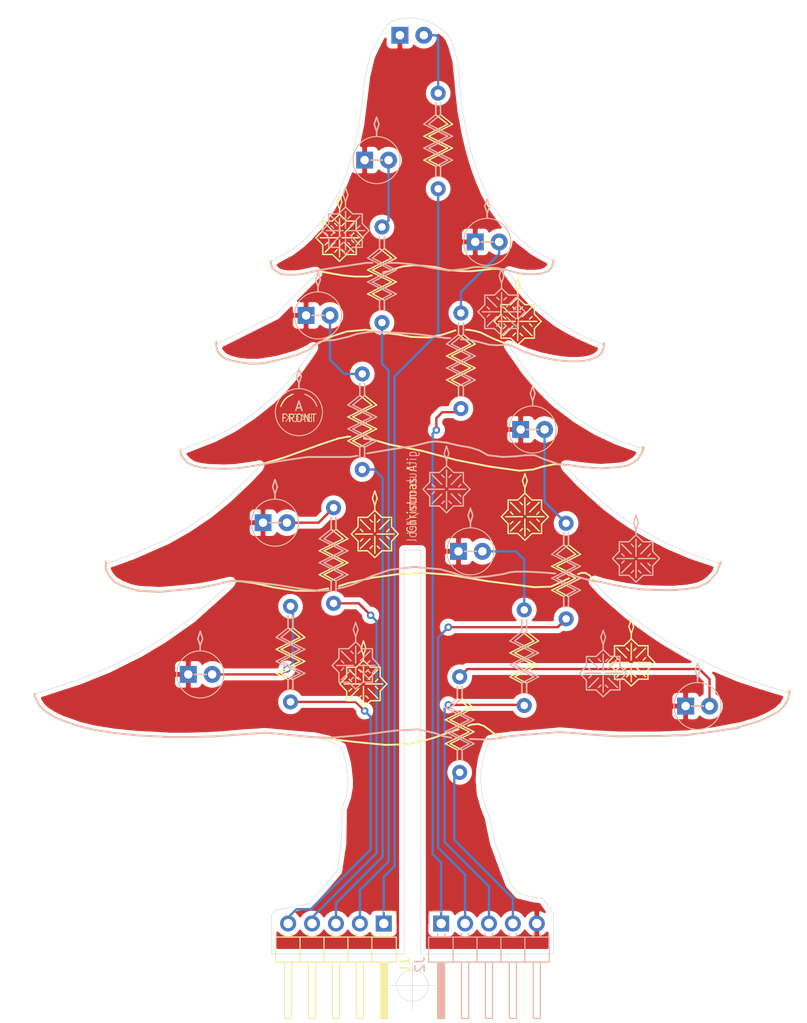
<source format=kicad_pcb>
(kicad_pcb (version 20171130) (host pcbnew "(5.1.5)-3")
  (layers (0 F.Cu signal) (31 B.Cu signal) (34 B.Paste user) (35 F.Paste user) (36 B.SilkS user) (37 F.SilkS user) (38 B.Mask user) (39 F.Mask user) (44 Edge.Cuts user))
  (net 0 "")
  (net 1 /GND)
  (net 2 "Net-(D2-Pad2)")
  (net 3 "Net-(D3-Pad2)")
  (net 4 "Net-(D4-Pad2)")
  (net 5 "Net-(D5-Pad2)")
  (net 6 "Net-(D6-Pad2)")
  (net 7 "Net-(D7-Pad2)")
  (net 8 "Net-(D8-Pad2)")
  (net 9 "Net-(D9-Pad2)")
  (net 10 "Net-(J1-Pad5)")
  (net 11 "Net-(J1-Pad4)")
  (net 12 "Net-(J1-Pad3)")
  (net 13 "Net-(J1-Pad2)")
  (net 14 "Net-(J1-Pad1)")
  (net 15 "Net-(J2-Pad4)")
  (net 16 "Net-(J2-Pad3)")
  (net 17 "Net-(J2-Pad2)")
  (net 18 "Net-(J2-Pad1)")
  (net 19 "Net-(D1-Pad2)")
  (module christmas:part_a (layer F.Cu) (at 91.44 93.98)
    (fp_text reference A? hide)
    (fp_text value "Part A" hide)
    (fp_text user BACK (at 1.27 0.635) (layer B.SilkS) (effects (font (size 0.8 0.8) (thickness 0.1)) (justify mirror)))
    (fp_text user A (at 1.27 -0.635) (layer B.SilkS) (effects (justify mirror)))
    (fp_text user FRONT (at 1.27 0.635) (layer F.SilkS) (effects (font (size 0.8 0.8) (thickness 0.1))))
    (fp_text user A (at 1.27 -0.635) (layer F.SilkS))
  )
  (module christmas:star (layer F.Cu) (at 99.5045 106.934)
    (fp_text reference A? hide)
    (fp_text value STAR hide)
  )
  (module christmas:star (layer B.Cu) (at 98.933 74.676 180)
    (fp_text reference A? hide)
    (fp_text value STAR hide)
  )
  (module christmas:star (layer B.Cu) (at 126.3015 121.7295 180)
    (fp_text reference A? hide)
    (fp_text value STAR hide)
  )
  (module christmas:star (layer B.Cu) (at 100.0125 120.904 180)
    (fp_text reference A? hide)
    (fp_text value STAR hide)
  )
  (module christmas:star (layer B.Cu) (at 129.794 109.5375 180)
    (fp_text reference A? hide)
    (fp_text value STAR hide)
  )
  (module christmas:star (layer B.Cu) (at 109.6645 102.1715 180)
    (fp_text reference A? hide)
    (fp_text value STAR hide)
  )
  (module christmas:star (layer B.Cu) (at 115.5065 83.312 180)
    (fp_text reference A? hide)
    (fp_text value STAR hide)
  )
  (module christmas:star (layer F.Cu) (at 114.681 84.328)
    (fp_text reference A? hide)
    (fp_text value STAR hide)
  )
  (module christmas:star (layer F.Cu) (at 95.758 75.438)
    (fp_text reference A? hide)
    (fp_text value STAR hide)
  )
  (module christmas:star (layer F.Cu) (at 126.746 120.5865)
    (fp_text reference A? hide)
    (fp_text value STAR hide)
  )
  (module christmas:star (layer F.Cu) (at 115.443 105.0925)
    (fp_text reference A? hide)
    (fp_text value STAR hide)
  )
  (module christmas:star (layer F.Cu) (at 98.298 122.8725)
    (fp_text reference A? hide)
    (fp_text value STAR hide)
  )
  (module christmas:resistor (layer F.Cu) (at 107.5055 60.071 270)
    (fp_text reference R1)
    (fp_text value 220)
    (pad 1 thru_hole circle (at 0 0 270) (size 1.6 1.6) (drill 0.8) (layers *.Cu *.Mask) (net 19 "Net-(D1-Pad2)"))
    (pad 2 thru_hole oval (at 10.16 0 270) (size 1.6 1.6) (drill 0.8) (layers *.Cu *.Mask) (net 14 "Net-(J1-Pad1)"))
  )
  (module christmas:resistor (layer F.Cu) (at 101.5365 74.295 270)
    (fp_text reference R2)
    (fp_text value 220)
    (pad 1 thru_hole circle (at 0 0 270) (size 1.6 1.6) (drill 0.8) (layers *.Cu *.Mask) (net 2 "Net-(D2-Pad2)"))
    (pad 2 thru_hole oval (at 10.16 0 270) (size 1.6 1.6) (drill 0.8) (layers *.Cu *.Mask) (net 13 "Net-(J1-Pad2)"))
  )
  (module christmas:resistor (layer F.Cu) (at 99.441 89.916 270)
    (fp_text reference R3)
    (fp_text value 220)
    (pad 1 thru_hole circle (at 0 0 270) (size 1.6 1.6) (drill 0.8) (layers *.Cu *.Mask) (net 3 "Net-(D3-Pad2)"))
    (pad 2 thru_hole oval (at 10.16 0 270) (size 1.6 1.6) (drill 0.8) (layers *.Cu *.Mask) (net 12 "Net-(J1-Pad3)"))
  )
  (module christmas:resistor (layer F.Cu) (at 96.393 104.14 270)
    (fp_text reference R4)
    (fp_text value 220)
    (pad 1 thru_hole circle (at 0 0 270) (size 1.6 1.6) (drill 0.8) (layers *.Cu *.Mask) (net 4 "Net-(D4-Pad2)"))
    (pad 2 thru_hole oval (at 10.16 0 270) (size 1.6 1.6) (drill 0.8) (layers *.Cu *.Mask) (net 11 "Net-(J1-Pad4)"))
  )
  (module christmas:resistor (layer F.Cu) (at 91.821 114.6175 270)
    (fp_text reference R5)
    (fp_text value 220)
    (pad 1 thru_hole circle (at 0 0 270) (size 1.6 1.6) (drill 0.8) (layers *.Cu *.Mask) (net 5 "Net-(D5-Pad2)"))
    (pad 2 thru_hole oval (at 10.16 0 270) (size 1.6 1.6) (drill 0.8) (layers *.Cu *.Mask) (net 10 "Net-(J1-Pad5)"))
  )
  (module christmas:resistor (layer F.Cu) (at 109.9185 83.439 270)
    (fp_text reference R6)
    (fp_text value 220)
    (pad 1 thru_hole circle (at 0 0 270) (size 1.6 1.6) (drill 0.8) (layers *.Cu *.Mask) (net 6 "Net-(D6-Pad2)"))
    (pad 2 thru_hole oval (at 10.16 0 270) (size 1.6 1.6) (drill 0.8) (layers *.Cu *.Mask) (net 18 "Net-(J2-Pad1)"))
  )
  (module christmas:resistor (layer F.Cu) (at 121.0945 105.791 270)
    (fp_text reference R7)
    (fp_text value 220)
    (pad 1 thru_hole circle (at 0 0 270) (size 1.6 1.6) (drill 0.8) (layers *.Cu *.Mask) (net 7 "Net-(D7-Pad2)"))
    (pad 2 thru_hole oval (at 10.16 0 270) (size 1.6 1.6) (drill 0.8) (layers *.Cu *.Mask) (net 17 "Net-(J2-Pad2)"))
  )
  (module christmas:resistor (layer F.Cu) (at 116.6495 114.9985 270)
    (fp_text reference R8)
    (fp_text value 220)
    (pad 1 thru_hole circle (at 0 0 270) (size 1.6 1.6) (drill 0.8) (layers *.Cu *.Mask) (net 8 "Net-(D8-Pad2)"))
    (pad 2 thru_hole oval (at 10.16 0 270) (size 1.6 1.6) (drill 0.8) (layers *.Cu *.Mask) (net 16 "Net-(J2-Pad3)"))
  )
  (module christmas:resistor (layer F.Cu) (at 109.7915 122.1105 270)
    (fp_text reference R9)
    (fp_text value 220)
    (pad 1 thru_hole circle (at 0 0 270) (size 1.6 1.6) (drill 0.8) (layers *.Cu *.Mask) (net 9 "Net-(D9-Pad2)"))
    (pad 2 thru_hole oval (at 10.16 0 270) (size 1.6 1.6) (drill 0.8) (layers *.Cu *.Mask) (net 15 "Net-(J2-Pad4)"))
  )
  (module christmas:LED_D5.0mm (layer F.Cu) (at 93.472 83.693)
    (fp_text reference D3 hide)
    (fp_text value LED_Small)
    (pad 2 thru_hole circle (at 2.54 0) (size 1.8 1.8) (drill 0.9) (layers *.Cu *.Mask) (net 3 "Net-(D3-Pad2)"))
    (pad 1 thru_hole rect (at 0 0) (size 1.8 1.8) (drill 0.9) (layers *.Cu *.Mask) (net 1 /GND))
  )
  (module christmas:LED_D5.0mm (layer F.Cu) (at 99.695 67.183)
    (fp_text reference D2 hide)
    (fp_text value LED_Small)
    (pad 2 thru_hole circle (at 2.54 0) (size 1.8 1.8) (drill 0.9) (layers *.Cu *.Mask) (net 2 "Net-(D2-Pad2)"))
    (pad 1 thru_hole rect (at 0 0) (size 1.8 1.8) (drill 0.9) (layers *.Cu *.Mask) (net 1 /GND))
  )
  (module christmas:LED_D5.0mm (layer F.Cu) (at 88.9 105.7275)
    (fp_text reference D4 hide)
    (fp_text value LED_Small)
    (pad 2 thru_hole circle (at 2.54 0) (size 1.8 1.8) (drill 0.9) (layers *.Cu *.Mask) (net 4 "Net-(D4-Pad2)"))
    (pad 1 thru_hole rect (at 0 0) (size 1.8 1.8) (drill 0.9) (layers *.Cu *.Mask) (net 1 /GND))
  )
  (module christmas:LED_D5.0mm (layer F.Cu) (at 80.9625 121.8565)
    (fp_text reference D5 hide)
    (fp_text value LED_Small)
    (pad 2 thru_hole circle (at 2.54 0) (size 1.8 1.8) (drill 0.9) (layers *.Cu *.Mask) (net 5 "Net-(D5-Pad2)"))
    (pad 1 thru_hole rect (at 0 0) (size 1.8 1.8) (drill 0.9) (layers *.Cu *.Mask) (net 1 /GND))
  )
  (module christmas:LED_D5.0mm (layer F.Cu) (at 111.4425 75.8825)
    (fp_text reference D6 hide)
    (fp_text value LED_Small)
    (pad 2 thru_hole circle (at 2.54 0) (size 1.8 1.8) (drill 0.9) (layers *.Cu *.Mask) (net 6 "Net-(D6-Pad2)"))
    (pad 1 thru_hole rect (at 0 0) (size 1.8 1.8) (drill 0.9) (layers *.Cu *.Mask) (net 1 /GND))
  )
  (module christmas:LED_D5.0mm (layer F.Cu) (at 116.2685 95.8215)
    (fp_text reference D7 hide)
    (fp_text value LED_Small)
    (pad 2 thru_hole circle (at 2.54 0) (size 1.8 1.8) (drill 0.9) (layers *.Cu *.Mask) (net 7 "Net-(D7-Pad2)"))
    (pad 1 thru_hole rect (at 0 0) (size 1.8 1.8) (drill 0.9) (layers *.Cu *.Mask) (net 1 /GND))
  )
  (module christmas:LED_D5.0mm (layer F.Cu) (at 109.6645 108.7755)
    (fp_text reference D8 hide)
    (fp_text value LED_Small)
    (pad 2 thru_hole circle (at 2.54 0) (size 1.8 1.8) (drill 0.9) (layers *.Cu *.Mask) (net 8 "Net-(D8-Pad2)"))
    (pad 1 thru_hole rect (at 0 0) (size 1.8 1.8) (drill 0.9) (layers *.Cu *.Mask) (net 1 /GND))
  )
  (module christmas:LED_D5.0mm (layer F.Cu) (at 133.7945 125.222)
    (fp_text reference D9 hide)
    (fp_text value LED_Small)
    (pad 2 thru_hole circle (at 2.54 0) (size 1.8 1.8) (drill 0.9) (layers *.Cu *.Mask) (net 9 "Net-(D9-Pad2)"))
    (pad 1 thru_hole rect (at 0 0) (size 1.8 1.8) (drill 0.9) (layers *.Cu *.Mask) (net 1 /GND))
  )
  (module Pin_Headers:Pin_Header_Angled_1x05_Pitch2.54mm (layer F.Cu) (at 101.727 148.336 270)
    (fp_text reference J1 (at 4.385 -2.27 90) (layer F.SilkS))
    (fp_text value LEFT)
    (pad 1 thru_hole rect (at 0 0 270) (size 1.7 1.7) (drill 1) (layers *.Cu *.Mask) (net 14 "Net-(J1-Pad1)"))
    (pad 2 thru_hole oval (at 0 2.54 270) (size 1.7 1.7) (drill 1) (layers *.Cu *.Mask) (net 13 "Net-(J1-Pad2)"))
    (pad 3 thru_hole oval (at 0 5.08 270) (size 1.7 1.7) (drill 1) (layers *.Cu *.Mask) (net 12 "Net-(J1-Pad3)"))
    (pad 4 thru_hole oval (at 0 7.62 270) (size 1.7 1.7) (drill 1) (layers *.Cu *.Mask) (net 11 "Net-(J1-Pad4)"))
    (pad 5 thru_hole oval (at 0 10.16 270) (size 1.7 1.7) (drill 1) (layers *.Cu *.Mask) (net 10 "Net-(J1-Pad5)"))
  )
  (module Pin_Headers:Pin_Header_Angled_1x05_Pitch2.54mm (layer B.Cu) (at 107.823 148.336 270)
    (fp_text reference J2 (at 4.385 2.27 270) (layer B.SilkS) (effects (justify mirror)))
    (fp_text value RIGHT)
    (pad 5 thru_hole oval (at 0 -10.16 270) (size 1.7 1.7) (drill 1) (layers *.Cu *.Mask) (net 1 /GND))
    (pad 4 thru_hole oval (at 0 -7.62 270) (size 1.7 1.7) (drill 1) (layers *.Cu *.Mask) (net 15 "Net-(J2-Pad4)"))
    (pad 3 thru_hole oval (at 0 -5.08 270) (size 1.7 1.7) (drill 1) (layers *.Cu *.Mask) (net 16 "Net-(J2-Pad3)"))
    (pad 2 thru_hole oval (at 0 -2.54 270) (size 1.7 1.7) (drill 1) (layers *.Cu *.Mask) (net 17 "Net-(J2-Pad2)"))
    (pad 1 thru_hole rect (at 0 0 270) (size 1.7 1.7) (drill 1) (layers *.Cu *.Mask) (net 18 "Net-(J2-Pad1)"))
  )
  (module christmas:top_star (layer F.Cu) (at 103.4415 53.9115)
    (fp_text reference D1)
    (fp_text value LED_Small)
    (pad 1 thru_hole rect (at 0 0) (size 1.8 1.8) (drill 0.9) (layers *.Cu *.Mask) (net 1 /GND))
    (pad 2 thru_hole circle (at 2.54 0) (size 1.8 1.8) (drill 0.9) (layers *.Cu *.Mask) (net 19 "Net-(D1-Pad2)"))
  )
  (gr_text github.com/tebl (at 104.7115 102.9335 90) (layer B.SilkS) (effects (font (size 1 0.8) (thickness 0.1)) (justify mirror)))
  (gr_text "Christmas A" (at 104.7115 103.251 90) (layer F.SilkS) (effects (font (size 1 0.8) (thickness 0.1))))
  (gr_line (start 101.2825 54.0385) (end 101.981 52.959) (layer Edge.Cuts) (width 0.05))
  (gr_line (start 100.7745 55.0545) (end 101.2825 54.0385) (layer Edge.Cuts) (width 0.05))
  (gr_line (start 100.2665 56.134) (end 100.7745 55.0545) (layer Edge.Cuts) (width 0.05))
  (gr_line (start 104.3305 52.07) (end 104.648 52.07) (layer Edge.Cuts) (width 0.05))
  (gr_line (start 103.759 52.1335) (end 104.3305 52.07) (layer Edge.Cuts) (width 0.05))
  (gr_line (start 102.87 52.324) (end 103.759 52.1335) (layer Edge.Cuts) (width 0.05))
  (gr_line (start 102.362 52.578) (end 102.87 52.324) (layer Edge.Cuts) (width 0.05))
  (gr_line (start 101.981 52.959) (end 102.362 52.578) (layer Edge.Cuts) (width 0.05))
  (gr_line (start 108.458 53.7845) (end 108.077 53.467) (layer Edge.Cuts) (width 0.05))
  (gr_line (start 108.7755 54.229) (end 108.458 53.7845) (layer Edge.Cuts) (width 0.05))
  (gr_line (start 109.093 54.991) (end 108.7755 54.229) (layer Edge.Cuts) (width 0.05))
  (gr_line (start 107.188 52.832) (end 108.077 53.467) (layer Edge.Cuts) (width 0.05))
  (gr_line (start 106.3625 52.3875) (end 107.188 52.832) (layer Edge.Cuts) (width 0.05))
  (gr_line (start 105.537 52.197) (end 106.3625 52.3875) (layer Edge.Cuts) (width 0.05))
  (gr_line (start 104.902 52.07) (end 105.537 52.197) (layer Edge.Cuts) (width 0.05))
  (gr_line (start 104.648 52.07) (end 104.902 52.07) (layer Edge.Cuts) (width 0.05))
  (gr_line (start 95.885 128.905) (end 97.2185 129.6035) (layer Edge.Cuts) (width 0.05))
  (gr_line (start 94.234 128.524) (end 95.885 128.905) (layer Edge.Cuts) (width 0.05))
  (gr_line (start 92.075 146.558) (end 90.17 146.939) (layer Edge.Cuts) (width 0.05))
  (gr_line (start 116.078 145.161) (end 115.189 144.145) (layer Edge.Cuts) (width 0.05))
  (gr_line (start 117.602 145.542) (end 116.078 145.161) (layer Edge.Cuts) (width 0.05))
  (gr_line (start 113.03 128.8415) (end 113.665 128.651) (layer Edge.Cuts) (width 0.05))
  (gr_line (start 103.886 108.6485) (end 103.886 151.5745) (layer Edge.Cuts) (width 0.05))
  (gr_line (start 105.664 108.6485) (end 103.886 108.6485) (layer Edge.Cuts) (width 0.05))
  (gr_line (start 105.3465 127.6985) (end 102.9335 127.8255) (layer B.SilkS) (width 0.2))
  (gr_line (start 107.1245 128.0795) (end 105.3465 127.6985) (layer B.SilkS) (width 0.2))
  (gr_line (start 107.95 128.397) (end 107.1245 128.0795) (layer B.SilkS) (width 0.2))
  (gr_line (start 108.9025 128.5875) (end 107.95 128.397) (layer B.SilkS) (width 0.2))
  (gr_line (start 112.3315 128.778) (end 110.871 128.7145) (layer B.SilkS) (width 0.2))
  (gr_line (start 113.411 128.7145) (end 112.3315 128.778) (layer B.SilkS) (width 0.2))
  (gr_line (start 114.2365 128.5875) (end 113.411 128.7145) (layer B.SilkS) (width 0.2))
  (gr_line (start 114.8715 128.4605) (end 114.2365 128.5875) (layer B.SilkS) (width 0.2))
  (gr_line (start 115.5065 128.397) (end 114.8715 128.4605) (layer B.SilkS) (width 0.2))
  (gr_line (start 116.84 128.27) (end 115.5065 128.397) (layer B.SilkS) (width 0.2))
  (gr_line (start 118.618 128.143) (end 116.84 128.27) (layer B.SilkS) (width 0.2))
  (gr_line (start 120.015 128.016) (end 118.618 128.143) (layer B.SilkS) (width 0.2))
  (gr_line (start 120.777 128.016) (end 120.015 128.016) (layer B.SilkS) (width 0.2))
  (gr_line (start 121.666 128.0795) (end 120.777 128.016) (layer B.SilkS) (width 0.2))
  (gr_line (start 123.8885 128.27) (end 121.666 128.0795) (layer B.SilkS) (width 0.2))
  (gr_line (start 126.746 128.4605) (end 123.8885 128.27) (layer B.SilkS) (width 0.2))
  (gr_line (start 130.429 128.397) (end 126.746 128.4605) (layer B.SilkS) (width 0.2))
  (gr_line (start 131.445 128.397) (end 130.429 128.397) (layer B.SilkS) (width 0.2))
  (gr_line (start 132.7785 128.3335) (end 131.445 128.397) (layer B.SilkS) (width 0.2))
  (gr_line (start 133.6675 128.3335) (end 132.7785 128.3335) (layer B.SilkS) (width 0.2))
  (gr_line (start 134.239 128.27) (end 133.6675 128.3335) (layer B.SilkS) (width 0.2))
  (gr_line (start 135.636 128.0795) (end 134.239 128.27) (layer B.SilkS) (width 0.2))
  (gr_line (start 137.8585 127.762) (end 135.636 128.0795) (layer B.SilkS) (width 0.2))
  (gr_line (start 139.2555 127.5715) (end 137.8585 127.762) (layer B.SilkS) (width 0.2))
  (gr_line (start 140.1445 127.254) (end 139.2555 127.5715) (layer B.SilkS) (width 0.2))
  (gr_line (start 141.478 126.873) (end 140.1445 127.254) (layer B.SilkS) (width 0.2))
  (gr_line (start 142.494 126.4285) (end 141.478 126.873) (layer B.SilkS) (width 0.2))
  (gr_line (start 143.5735 125.857) (end 142.494 126.4285) (layer B.SilkS) (width 0.2))
  (gr_line (start 144.272 125.222) (end 143.5735 125.857) (layer B.SilkS) (width 0.2))
  (gr_line (start 144.7165 124.3965) (end 144.272 125.222) (layer B.SilkS) (width 0.2))
  (gr_line (start 144.7165 124.3965) (end 144.8435 123.571) (layer B.SilkS) (width 0.2))
  (gr_line (start 99.06 128.3335) (end 102.9335 127.8255) (layer B.SilkS) (width 0.2))
  (gr_line (start 96.139 128.5875) (end 99.06 128.3335) (layer B.SilkS) (width 0.2))
  (gr_line (start 94.107 128.524) (end 96.139 128.5875) (layer B.SilkS) (width 0.2))
  (gr_line (start 93.472 128.4605) (end 94.107 128.524) (layer B.SilkS) (width 0.2))
  (gr_line (start 92.1385 128.3335) (end 93.472 128.4605) (layer B.SilkS) (width 0.2))
  (gr_line (start 90.8685 128.2065) (end 92.1385 128.3335) (layer B.SilkS) (width 0.2))
  (gr_line (start 89.535 128.0795) (end 90.8685 128.2065) (layer B.SilkS) (width 0.2))
  (gr_line (start 88.7095 128.0795) (end 89.535 128.0795) (layer B.SilkS) (width 0.2))
  (gr_line (start 87.9475 128.143) (end 88.7095 128.0795) (layer B.SilkS) (width 0.2))
  (gr_line (start 84.5185 128.397) (end 87.9475 128.143) (layer B.SilkS) (width 0.2))
  (gr_line (start 83.693 128.4605) (end 84.5185 128.397) (layer B.SilkS) (width 0.2))
  (gr_line (start 81.0895 128.524) (end 83.693 128.4605) (layer B.SilkS) (width 0.2))
  (gr_line (start 80.3275 128.524) (end 81.0895 128.524) (layer B.SilkS) (width 0.2))
  (gr_line (start 78.867 128.524) (end 80.3275 128.524) (layer B.SilkS) (width 0.2))
  (gr_line (start 77.7875 128.4605) (end 78.867 128.524) (layer B.SilkS) (width 0.2))
  (gr_line (start 75.438 128.3335) (end 77.7875 128.4605) (layer B.SilkS) (width 0.2))
  (gr_line (start 73.025 128.0795) (end 75.438 128.3335) (layer B.SilkS) (width 0.2))
  (gr_line (start 70.993 127.762) (end 73.025 128.0795) (layer B.SilkS) (width 0.2))
  (gr_line (start 69.4055 127.381) (end 70.993 127.762) (layer B.SilkS) (width 0.2))
  (gr_line (start 67.564 126.746) (end 69.4055 127.381) (layer B.SilkS) (width 0.2))
  (gr_line (start 66.6115 126.3015) (end 67.564 126.746) (layer B.SilkS) (width 0.2))
  (gr_line (start 65.786 125.7935) (end 66.6115 126.3015) (layer B.SilkS) (width 0.2))
  (gr_line (start 65.2145 125.222) (end 65.786 125.7935) (layer B.SilkS) (width 0.2))
  (gr_line (start 64.9605 124.841) (end 65.2145 125.222) (layer B.SilkS) (width 0.2))
  (gr_line (start 64.643 124.1425) (end 64.9605 124.841) (layer B.SilkS) (width 0.2))
  (gr_line (start 64.643 123.8885) (end 64.643 124.1425) (layer B.SilkS) (width 0.2))
  (gr_line (start 115.1255 110.998) (end 114.427 111.1885) (layer B.SilkS) (width 0.2))
  (gr_line (start 115.824 110.9345) (end 115.1255 110.998) (layer B.SilkS) (width 0.2))
  (gr_line (start 116.9035 110.9345) (end 115.824 110.9345) (layer B.SilkS) (width 0.2))
  (gr_line (start 118.237 110.998) (end 116.9035 110.9345) (layer B.SilkS) (width 0.2))
  (gr_line (start 119.126 111.0615) (end 118.237 110.998) (layer B.SilkS) (width 0.2))
  (gr_line (start 119.9515 111.125) (end 119.126 111.0615) (layer B.SilkS) (width 0.2))
  (gr_line (start 121.92 111.379) (end 121.3485 111.3155) (layer B.SilkS) (width 0.2))
  (gr_line (start 122.6185 111.5695) (end 121.92 111.379) (layer B.SilkS) (width 0.2))
  (gr_line (start 123.7615 111.887) (end 122.6185 111.5695) (layer B.SilkS) (width 0.2))
  (gr_line (start 124.968 112.0775) (end 123.7615 111.887) (layer B.SilkS) (width 0.2))
  (gr_line (start 126.0475 112.3315) (end 124.968 112.0775) (layer B.SilkS) (width 0.2))
  (gr_line (start 127.762 112.649) (end 126.0475 112.3315) (layer B.SilkS) (width 0.2))
  (gr_line (start 129.3495 112.8395) (end 127.762 112.649) (layer B.SilkS) (width 0.2))
  (gr_line (start 131.445 112.903) (end 129.3495 112.8395) (layer B.SilkS) (width 0.2))
  (gr_line (start 132.461 112.903) (end 131.445 112.903) (layer B.SilkS) (width 0.2))
  (gr_line (start 133.985 112.776) (end 132.461 112.903) (layer B.SilkS) (width 0.2))
  (gr_line (start 135.128 112.5855) (end 133.985 112.776) (layer B.SilkS) (width 0.2))
  (gr_line (start 135.509 112.395) (end 135.128 112.5855) (layer B.SilkS) (width 0.2))
  (gr_line (start 136.0805 112.141) (end 135.509 112.395) (layer B.SilkS) (width 0.2))
  (gr_line (start 136.525 111.6965) (end 136.0805 112.141) (layer B.SilkS) (width 0.2))
  (gr_line (start 137.0965 111.0615) (end 136.525 111.6965) (layer B.SilkS) (width 0.2))
  (gr_line (start 137.0965 111.0615) (end 137.541 109.9185) (layer B.SilkS) (width 0.2))
  (gr_line (start 112.776 111.4425) (end 114.427 111.1885) (layer B.SilkS) (width 0.2))
  (gr_line (start 111.1885 111.5695) (end 112.776 111.4425) (layer B.SilkS) (width 0.2))
  (gr_line (start 110.236 111.4425) (end 111.1885 111.5695) (layer B.SilkS) (width 0.2))
  (gr_line (start 109.2835 111.125) (end 110.236 111.4425) (layer B.SilkS) (width 0.2))
  (gr_line (start 107.7595 110.6805) (end 109.2835 111.125) (layer B.SilkS) (width 0.2))
  (gr_line (start 104.9655 110.4265) (end 107.7595 110.6805) (layer B.SilkS) (width 0.2))
  (gr_line (start 102.362 110.744) (end 104.9655 110.4265) (layer B.SilkS) (width 0.2))
  (gr_line (start 100.5205 111.379) (end 102.362 110.744) (layer B.SilkS) (width 0.2))
  (gr_line (start 98.3615 112.3315) (end 100.5205 111.379) (layer B.SilkS) (width 0.2))
  (gr_line (start 97.4725 112.5855) (end 98.3615 112.3315) (layer B.SilkS) (width 0.2))
  (gr_line (start 96.901 112.7125) (end 97.4725 112.5855) (layer B.SilkS) (width 0.2))
  (gr_line (start 94.8055 112.9665) (end 95.885 112.903) (layer B.SilkS) (width 0.2))
  (gr_line (start 93.091 112.776) (end 94.8055 112.9665) (layer B.SilkS) (width 0.2))
  (gr_line (start 90.297 112.3315) (end 93.091 112.776) (layer B.SilkS) (width 0.2))
  (gr_line (start 87.5665 112.014) (end 90.297 112.3315) (layer B.SilkS) (width 0.2))
  (gr_line (start 85.852 111.887) (end 87.5665 112.014) (layer B.SilkS) (width 0.2))
  (gr_line (start 85.344 111.9505) (end 85.852 111.887) (layer B.SilkS) (width 0.2))
  (gr_line (start 84.1375 112.268) (end 85.344 111.9505) (layer B.SilkS) (width 0.2))
  (gr_line (start 82.2325 112.649) (end 84.1375 112.268) (layer B.SilkS) (width 0.2))
  (gr_line (start 81.788 112.7125) (end 82.2325 112.649) (layer B.SilkS) (width 0.2))
  (gr_line (start 77.9145 113.0935) (end 81.788 112.7125) (layer B.SilkS) (width 0.2))
  (gr_line (start 75.565 112.9665) (end 77.9145 113.0935) (layer B.SilkS) (width 0.2))
  (gr_line (start 74.7395 112.7125) (end 75.565 112.9665) (layer B.SilkS) (width 0.2))
  (gr_line (start 73.787 112.395) (end 74.7395 112.7125) (layer B.SilkS) (width 0.2))
  (gr_line (start 73.025 111.9505) (end 73.787 112.395) (layer B.SilkS) (width 0.2))
  (gr_line (start 72.517 111.3155) (end 73.025 111.9505) (layer B.SilkS) (width 0.2))
  (gr_line (start 72.1995 110.744) (end 72.517 111.3155) (layer B.SilkS) (width 0.2))
  (gr_line (start 72.1995 109.855) (end 72.1995 110.744) (layer B.SilkS) (width 0.2))
  (gr_line (start 107.315 97.0915) (end 106.553 97.155) (layer B.SilkS) (width 0.2))
  (gr_line (start 108.3945 97.2185) (end 107.315 97.0915) (layer B.SilkS) (width 0.2))
  (gr_line (start 109.728 97.536) (end 108.3945 97.2185) (layer B.SilkS) (width 0.2))
  (gr_line (start 110.871 97.7265) (end 109.728 97.536) (layer B.SilkS) (width 0.2))
  (gr_line (start 111.887 98.044) (end 110.871 97.7265) (layer B.SilkS) (width 0.2))
  (gr_line (start 112.776 98.552) (end 111.887 98.044) (layer B.SilkS) (width 0.2))
  (gr_line (start 114.3635 98.7425) (end 112.776 98.552) (layer B.SilkS) (width 0.2))
  (gr_line (start 115.697 98.679) (end 114.3635 98.7425) (layer B.SilkS) (width 0.2))
  (gr_line (start 116.84 98.552) (end 115.697 98.679) (layer B.SilkS) (width 0.2))
  (gr_line (start 117.729 98.552) (end 116.84 98.552) (layer B.SilkS) (width 0.2))
  (gr_line (start 118.8085 98.9965) (end 117.729 98.552) (layer B.SilkS) (width 0.2))
  (gr_line (start 119.5705 99.2505) (end 118.8085 98.9965) (layer B.SilkS) (width 0.2))
  (gr_line (start 120.269 99.5045) (end 119.5705 99.2505) (layer B.SilkS) (width 0.2))
  (gr_line (start 120.9675 99.568) (end 120.269 99.5045) (layer B.SilkS) (width 0.2))
  (gr_line (start 121.285 99.568) (end 120.9675 99.568) (layer B.SilkS) (width 0.2))
  (gr_line (start 121.9835 99.695) (end 121.285 99.568) (layer B.SilkS) (width 0.2))
  (gr_line (start 122.936 99.822) (end 121.9835 99.695) (layer B.SilkS) (width 0.2))
  (gr_line (start 124.6505 99.949) (end 122.936 99.822) (layer B.SilkS) (width 0.2))
  (gr_line (start 124.968 99.949) (end 124.6505 99.949) (layer B.SilkS) (width 0.2))
  (gr_line (start 126.6825 99.822) (end 124.968 99.949) (layer B.SilkS) (width 0.2))
  (gr_line (start 127.4445 99.695) (end 126.6825 99.822) (layer B.SilkS) (width 0.2))
  (gr_line (start 127.6985 99.6315) (end 127.4445 99.695) (layer B.SilkS) (width 0.2))
  (gr_line (start 128.27 99.314) (end 127.6985 99.6315) (layer B.SilkS) (width 0.2))
  (gr_line (start 128.7145 98.9965) (end 128.27 99.314) (layer B.SilkS) (width 0.2))
  (gr_line (start 129.032 98.4885) (end 128.7145 98.9965) (layer B.SilkS) (width 0.2))
  (gr_line (start 129.286 98.044) (end 129.032 98.4885) (layer B.SilkS) (width 0.2))
  (gr_line (start 129.286 97.663) (end 129.286 98.044) (layer B.SilkS) (width 0.2))
  (gr_line (start 104.775 97.5995) (end 106.553 97.155) (layer B.SilkS) (width 0.2))
  (gr_line (start 102.616 97.917) (end 104.775 97.5995) (layer B.SilkS) (width 0.2))
  (gr_line (start 101.092 98.171) (end 102.616 97.917) (layer B.SilkS) (width 0.2))
  (gr_line (start 99.949 98.3615) (end 101.092 98.171) (layer B.SilkS) (width 0.2))
  (gr_line (start 98.1075 98.7425) (end 98.933 98.6155) (layer B.SilkS) (width 0.2))
  (gr_line (start 96.0755 98.7425) (end 98.1075 98.7425) (layer B.SilkS) (width 0.2))
  (gr_line (start 93.599 98.7425) (end 96.0755 98.7425) (layer B.SilkS) (width 0.2))
  (gr_line (start 90.6145 99.187) (end 93.599 98.7425) (layer B.SilkS) (width 0.2))
  (gr_line (start 88.646 99.568) (end 90.6145 99.187) (layer B.SilkS) (width 0.2))
  (gr_line (start 87.884 99.695) (end 88.646 99.568) (layer B.SilkS) (width 0.2))
  (gr_line (start 87.122 99.822) (end 87.884 99.695) (layer B.SilkS) (width 0.2))
  (gr_line (start 86.233 99.949) (end 87.122 99.822) (layer B.SilkS) (width 0.2))
  (gr_line (start 84.7725 100.0125) (end 86.233 99.949) (layer B.SilkS) (width 0.2))
  (gr_line (start 82.9945 99.949) (end 84.7725 100.0125) (layer B.SilkS) (width 0.2))
  (gr_line (start 82.55 99.8855) (end 82.9945 99.949) (layer B.SilkS) (width 0.2))
  (gr_line (start 82.1055 99.822) (end 82.55 99.8855) (layer B.SilkS) (width 0.2))
  (gr_line (start 81.407 99.6315) (end 82.1055 99.822) (layer B.SilkS) (width 0.2))
  (gr_line (start 80.8355 99.314) (end 81.407 99.6315) (layer B.SilkS) (width 0.2))
  (gr_line (start 80.391 98.806) (end 80.8355 99.314) (layer B.SilkS) (width 0.2))
  (gr_line (start 80.137 98.3615) (end 80.391 98.806) (layer B.SilkS) (width 0.2))
  (gr_line (start 80.137 97.9805) (end 80.137 98.3615) (layer B.SilkS) (width 0.2))
  (gr_line (start 125.095 86.995) (end 125.095 86.614) (layer B.SilkS) (width 0.2))
  (gr_line (start 125.0315 87.3125) (end 125.095 86.995) (layer B.SilkS) (width 0.2))
  (gr_line (start 124.841 87.6935) (end 125.0315 87.3125) (layer B.SilkS) (width 0.2))
  (gr_line (start 124.587 87.9475) (end 124.841 87.6935) (layer B.SilkS) (width 0.2))
  (gr_line (start 124.333 88.138) (end 124.587 87.9475) (layer B.SilkS) (width 0.2))
  (gr_line (start 123.5075 88.4555) (end 124.333 88.138) (layer B.SilkS) (width 0.2))
  (gr_line (start 122.4915 88.5825) (end 123.5075 88.4555) (layer B.SilkS) (width 0.2))
  (gr_line (start 122.2375 88.5825) (end 122.4915 88.5825) (layer B.SilkS) (width 0.2))
  (gr_line (start 121.412 88.5825) (end 122.2375 88.5825) (layer B.SilkS) (width 0.2))
  (gr_line (start 120.015 88.4555) (end 121.412 88.5825) (layer B.SilkS) (width 0.2))
  (gr_line (start 118.491 88.138) (end 120.015 88.4555) (layer B.SilkS) (width 0.2))
  (gr_line (start 117.602 87.884) (end 118.491 88.138) (layer B.SilkS) (width 0.2))
  (gr_line (start 116.6495 87.5665) (end 117.602 87.884) (layer B.SilkS) (width 0.2))
  (gr_line (start 115.316 86.9315) (end 116.6495 87.5665) (layer B.SilkS) (width 0.2))
  (gr_line (start 114.808 86.8045) (end 115.316 86.9315) (layer B.SilkS) (width 0.2))
  (gr_line (start 113.7285 86.868) (end 114.808 86.8045) (layer B.SilkS) (width 0.2))
  (gr_line (start 112.903 86.8045) (end 113.7285 86.868) (layer B.SilkS) (width 0.2))
  (gr_line (start 111.9505 86.5505) (end 112.903 86.8045) (layer B.SilkS) (width 0.2))
  (gr_line (start 110.871 86.2965) (end 111.9505 86.5505) (layer B.SilkS) (width 0.2))
  (gr_line (start 109.9185 86.233) (end 110.871 86.2965) (layer B.SilkS) (width 0.2))
  (gr_line (start 108.331 86.106) (end 108.7755 86.106) (layer B.SilkS) (width 0.2))
  (gr_line (start 106.6165 85.852) (end 108.331 86.106) (layer B.SilkS) (width 0.2))
  (gr_line (start 105.029 85.6615) (end 106.6165 85.852) (layer B.SilkS) (width 0.2))
  (gr_line (start 103.0605 85.5345) (end 105.029 85.6615) (layer B.SilkS) (width 0.2))
  (gr_line (start 101.6 85.471) (end 103.0605 85.5345) (layer B.SilkS) (width 0.2))
  (gr_line (start 100.711 85.4075) (end 101.6 85.471) (layer B.SilkS) (width 0.2))
  (gr_line (start 100.0125 85.471) (end 100.711 85.4075) (layer B.SilkS) (width 0.2))
  (gr_line (start 98.8695 85.6615) (end 100.0125 85.471) (layer B.SilkS) (width 0.2))
  (gr_line (start 97.917 85.979) (end 98.8695 85.6615) (layer B.SilkS) (width 0.2))
  (gr_line (start 96.52 86.2965) (end 97.917 85.979) (layer B.SilkS) (width 0.2))
  (gr_line (start 95.5675 86.36) (end 96.52 86.2965) (layer B.SilkS) (width 0.2))
  (gr_line (start 94.9325 86.487) (end 95.5675 86.36) (layer B.SilkS) (width 0.2))
  (gr_line (start 94.488 86.741) (end 94.9325 86.487) (layer B.SilkS) (width 0.2))
  (gr_line (start 94.107 87.0585) (end 94.488 86.741) (layer B.SilkS) (width 0.2))
  (gr_line (start 93.853 87.3125) (end 94.107 87.0585) (layer B.SilkS) (width 0.2))
  (gr_line (start 93.4085 87.503) (end 93.853 87.3125) (layer B.SilkS) (width 0.2))
  (gr_line (start 92.5195 87.884) (end 93.4085 87.503) (layer B.SilkS) (width 0.2))
  (gr_line (start 91.44 88.2015) (end 92.5195 87.884) (layer B.SilkS) (width 0.2))
  (gr_line (start 90.424 88.4555) (end 91.44 88.2015) (layer B.SilkS) (width 0.2))
  (gr_line (start 89.281 88.7095) (end 90.424 88.4555) (layer B.SilkS) (width 0.2))
  (gr_line (start 88.4555 88.8365) (end 89.281 88.7095) (layer B.SilkS) (width 0.2))
  (gr_line (start 87.4395 88.8365) (end 88.4555 88.8365) (layer B.SilkS) (width 0.2))
  (gr_line (start 86.2965 88.646) (end 87.4395 88.8365) (layer B.SilkS) (width 0.2))
  (gr_line (start 85.4075 88.4555) (end 86.2965 88.646) (layer B.SilkS) (width 0.2))
  (gr_line (start 84.709 88.2015) (end 85.4075 88.4555) (layer B.SilkS) (width 0.2))
  (gr_line (start 84.1375 87.63) (end 84.709 88.2015) (layer B.SilkS) (width 0.2))
  (gr_line (start 83.947 87.0585) (end 84.1375 87.63) (layer B.SilkS) (width 0.2))
  (gr_line (start 83.947 86.487) (end 83.947 87.0585) (layer B.SilkS) (width 0.2))
  (gr_line (start 119.6975 78.2955) (end 119.761 77.7875) (layer B.SilkS) (width 0.2))
  (gr_line (start 119.507 78.6765) (end 119.6975 78.2955) (layer B.SilkS) (width 0.2))
  (gr_line (start 119.1895 78.994) (end 119.507 78.6765) (layer B.SilkS) (width 0.2))
  (gr_line (start 118.491 79.248) (end 119.1895 78.994) (layer B.SilkS) (width 0.2))
  (gr_line (start 117.9195 79.3115) (end 118.491 79.248) (layer B.SilkS) (width 0.2))
  (gr_line (start 116.84 79.3115) (end 117.9195 79.3115) (layer B.SilkS) (width 0.2))
  (gr_line (start 116.1415 79.248) (end 116.84 79.3115) (layer B.SilkS) (width 0.2))
  (gr_line (start 115.062 78.9305) (end 116.1415 79.248) (layer B.SilkS) (width 0.2))
  (gr_line (start 113.8555 78.6765) (end 115.062 78.9305) (layer B.SilkS) (width 0.2))
  (gr_line (start 112.0775 78.5495) (end 113.8555 78.6765) (layer B.SilkS) (width 0.2))
  (gr_line (start 111.3155 78.5495) (end 112.0775 78.5495) (layer B.SilkS) (width 0.2))
  (gr_line (start 110.4265 78.74) (end 111.3155 78.5495) (layer B.SilkS) (width 0.2))
  (gr_line (start 108.712 78.9305) (end 110.4265 78.74) (layer B.SilkS) (width 0.2))
  (gr_line (start 106.9975 78.6765) (end 108.712 78.9305) (layer B.SilkS) (width 0.2))
  (gr_line (start 105.7275 78.4225) (end 106.9975 78.6765) (layer B.SilkS) (width 0.2))
  (gr_line (start 104.521 78.232) (end 105.7275 78.4225) (layer B.SilkS) (width 0.2))
  (gr_line (start 103.124 78.105) (end 104.521 78.232) (layer B.SilkS) (width 0.2))
  (gr_line (start 102.0445 78.105) (end 103.124 78.105) (layer B.SilkS) (width 0.2))
  (gr_line (start 99.8855 78.105) (end 100.5205 78.105) (layer B.SilkS) (width 0.2))
  (gr_line (start 96.52 78.613) (end 99.8855 78.105) (layer B.SilkS) (width 0.2))
  (gr_line (start 94.9325 78.867) (end 96.52 78.613) (layer B.SilkS) (width 0.2))
  (gr_line (start 94.488 78.994) (end 94.9325 78.867) (layer B.SilkS) (width 0.2))
  (gr_line (start 94.1705 79.0575) (end 94.488 78.994) (layer B.SilkS) (width 0.2))
  (gr_line (start 93.0275 79.3115) (end 94.1705 79.0575) (layer B.SilkS) (width 0.2))
  (gr_line (start 92.1385 79.375) (end 93.0275 79.3115) (layer B.SilkS) (width 0.2))
  (gr_line (start 91.5035 79.375) (end 92.1385 79.375) (layer B.SilkS) (width 0.2))
  (gr_line (start 90.805 79.3115) (end 91.5035 79.375) (layer B.SilkS) (width 0.2))
  (gr_line (start 90.17 78.9305) (end 90.805 79.3115) (layer B.SilkS) (width 0.2))
  (gr_line (start 89.8525 78.613) (end 90.17 78.9305) (layer B.SilkS) (width 0.2))
  (gr_line (start 89.7255 78.232) (end 89.8525 78.613) (layer B.SilkS) (width 0.2))
  (gr_line (start 89.7255 77.9145) (end 89.7255 78.232) (layer B.SilkS) (width 0.2))
  (gr_line (start 119.634 78.2955) (end 119.761 77.851) (layer F.SilkS) (width 0.2))
  (gr_line (start 119.4435 78.6765) (end 119.634 78.2955) (layer F.SilkS) (width 0.2))
  (gr_line (start 119.126 78.994) (end 119.4435 78.6765) (layer F.SilkS) (width 0.2))
  (gr_line (start 118.4275 79.248) (end 119.126 78.994) (layer F.SilkS) (width 0.2))
  (gr_line (start 117.7925 79.3115) (end 118.4275 79.248) (layer F.SilkS) (width 0.2))
  (gr_line (start 116.9035 79.3115) (end 117.7925 79.3115) (layer F.SilkS) (width 0.2))
  (gr_line (start 116.0145 79.1845) (end 116.9035 79.3115) (layer F.SilkS) (width 0.2))
  (gr_line (start 114.9985 78.9305) (end 116.0145 79.1845) (layer F.SilkS) (width 0.2))
  (gr_line (start 113.792 78.74) (end 114.9985 78.9305) (layer F.SilkS) (width 0.2))
  (gr_line (start 113.3475 78.74) (end 113.792 78.74) (layer F.SilkS) (width 0.2))
  (gr_line (start 112.268 78.867) (end 113.3475 78.74) (layer F.SilkS) (width 0.2))
  (gr_line (start 110.998 78.994) (end 112.268 78.867) (layer F.SilkS) (width 0.2))
  (gr_line (start 110.109 78.994) (end 110.998 78.994) (layer F.SilkS) (width 0.2))
  (gr_line (start 108.5215 78.867) (end 110.109 78.994) (layer F.SilkS) (width 0.2))
  (gr_line (start 107.188 78.5495) (end 108.5215 78.867) (layer F.SilkS) (width 0.2))
  (gr_line (start 105.9815 78.4225) (end 107.188 78.5495) (layer F.SilkS) (width 0.2))
  (gr_line (start 104.9655 78.359) (end 105.9815 78.4225) (layer F.SilkS) (width 0.2))
  (gr_line (start 103.759 78.486) (end 104.9655 78.359) (layer F.SilkS) (width 0.2))
  (gr_line (start 102.87 78.74) (end 103.759 78.486) (layer F.SilkS) (width 0.2))
  (gr_line (start 102.2985 78.994) (end 102.87 78.74) (layer F.SilkS) (width 0.2))
  (gr_line (start 101.6635 79.121) (end 102.2985 78.994) (layer F.SilkS) (width 0.2))
  (gr_line (start 99.949 79.5655) (end 100.457 79.4385) (layer F.SilkS) (width 0.2))
  (gr_line (start 98.6155 79.5655) (end 99.949 79.5655) (layer F.SilkS) (width 0.2))
  (gr_line (start 97.3455 79.4385) (end 98.6155 79.5655) (layer F.SilkS) (width 0.2))
  (gr_line (start 96.266 79.248) (end 97.3455 79.4385) (layer F.SilkS) (width 0.2))
  (gr_line (start 95.25 79.0575) (end 96.266 79.248) (layer F.SilkS) (width 0.2))
  (gr_line (start 94.5515 78.994) (end 95.25 79.0575) (layer F.SilkS) (width 0.2))
  (gr_line (start 94.361 78.994) (end 94.5515 78.994) (layer F.SilkS) (width 0.2))
  (gr_line (start 93.7895 79.121) (end 94.361 78.994) (layer F.SilkS) (width 0.2))
  (gr_line (start 92.9005 79.3115) (end 93.7895 79.121) (layer F.SilkS) (width 0.2))
  (gr_line (start 92.1385 79.375) (end 92.9005 79.3115) (layer F.SilkS) (width 0.2))
  (gr_line (start 91.3765 79.375) (end 92.1385 79.375) (layer F.SilkS) (width 0.2))
  (gr_line (start 90.9955 79.3115) (end 91.3765 79.375) (layer F.SilkS) (width 0.2))
  (gr_line (start 90.551 79.1845) (end 90.9955 79.3115) (layer F.SilkS) (width 0.2))
  (gr_line (start 90.17 78.9305) (end 90.551 79.1845) (layer F.SilkS) (width 0.2))
  (gr_line (start 89.916 78.613) (end 90.17 78.9305) (layer F.SilkS) (width 0.2))
  (gr_line (start 89.7255 77.978) (end 89.916 78.613) (layer F.SilkS) (width 0.2))
  (gr_line (start 125.095 87.0585) (end 125.1585 86.741) (layer F.SilkS) (width 0.2))
  (gr_line (start 124.7775 87.757) (end 125.095 87.0585) (layer F.SilkS) (width 0.2))
  (gr_line (start 124.333 88.138) (end 124.7775 87.757) (layer F.SilkS) (width 0.2))
  (gr_line (start 123.5075 88.4555) (end 124.333 88.138) (layer F.SilkS) (width 0.2))
  (gr_line (start 122.555 88.5825) (end 123.5075 88.4555) (layer F.SilkS) (width 0.2))
  (gr_line (start 121.285 88.5825) (end 122.555 88.5825) (layer F.SilkS) (width 0.2))
  (gr_line (start 120.015 88.4555) (end 121.285 88.5825) (layer F.SilkS) (width 0.2))
  (gr_line (start 118.4275 88.138) (end 120.015 88.4555) (layer F.SilkS) (width 0.2))
  (gr_line (start 117.221 87.757) (end 118.4275 88.138) (layer F.SilkS) (width 0.2))
  (gr_line (start 116.2685 87.376) (end 117.221 87.757) (layer F.SilkS) (width 0.2))
  (gr_line (start 115.3795 86.9315) (end 116.2685 87.376) (layer F.SilkS) (width 0.2))
  (gr_line (start 114.4905 86.614) (end 115.3795 86.9315) (layer F.SilkS) (width 0.2))
  (gr_line (start 113.538 86.233) (end 114.4905 86.614) (layer F.SilkS) (width 0.2))
  (gr_line (start 112.7125 85.852) (end 113.538 86.233) (layer F.SilkS) (width 0.2))
  (gr_line (start 112.0775 85.5345) (end 112.7125 85.852) (layer F.SilkS) (width 0.2))
  (gr_line (start 111.4425 85.344) (end 112.0775 85.5345) (layer F.SilkS) (width 0.2))
  (gr_line (start 110.6805 85.217) (end 111.4425 85.344) (layer F.SilkS) (width 0.2))
  (gr_line (start 110.4265 85.217) (end 110.6805 85.217) (layer F.SilkS) (width 0.2))
  (gr_line (start 108.0135 85.725) (end 109.347 85.2805) (layer F.SilkS) (width 0.2))
  (gr_line (start 106.553 86.0425) (end 108.0135 85.725) (layer F.SilkS) (width 0.2))
  (gr_line (start 104.648 85.979) (end 106.553 86.0425) (layer F.SilkS) (width 0.2))
  (gr_line (start 103.251 85.725) (end 104.648 85.979) (layer F.SilkS) (width 0.2))
  (gr_line (start 101.6635 85.5345) (end 103.251 85.725) (layer F.SilkS) (width 0.2))
  (gr_line (start 100.457 85.2805) (end 101.6635 85.5345) (layer F.SilkS) (width 0.2))
  (gr_line (start 99.7585 85.217) (end 100.457 85.2805) (layer F.SilkS) (width 0.2))
  (gr_line (start 97.79 85.4075) (end 99.7585 85.217) (layer F.SilkS) (width 0.2))
  (gr_line (start 96.2025 85.9155) (end 97.79 85.4075) (layer F.SilkS) (width 0.2))
  (gr_line (start 95.1865 86.4235) (end 96.2025 85.9155) (layer F.SilkS) (width 0.2))
  (gr_line (start 94.234 86.995) (end 95.1865 86.4235) (layer F.SilkS) (width 0.2))
  (gr_line (start 93.853 87.249) (end 94.234 86.995) (layer F.SilkS) (width 0.2))
  (gr_line (start 93.599 87.376) (end 93.853 87.249) (layer F.SilkS) (width 0.2))
  (gr_line (start 92.456 87.884) (end 93.599 87.376) (layer F.SilkS) (width 0.2))
  (gr_line (start 91.567 88.138) (end 92.456 87.884) (layer F.SilkS) (width 0.2))
  (gr_line (start 90.424 88.4555) (end 91.567 88.138) (layer F.SilkS) (width 0.2))
  (gr_line (start 89.7255 88.5825) (end 90.424 88.4555) (layer F.SilkS) (width 0.2))
  (gr_line (start 88.519 88.773) (end 89.7255 88.5825) (layer F.SilkS) (width 0.2))
  (gr_line (start 87.249 88.773) (end 88.519 88.773) (layer F.SilkS) (width 0.2))
  (gr_line (start 86.36 88.7095) (end 87.249 88.773) (layer F.SilkS) (width 0.2))
  (gr_line (start 85.4075 88.4555) (end 86.36 88.7095) (layer F.SilkS) (width 0.2))
  (gr_line (start 84.709 88.138) (end 85.4075 88.4555) (layer F.SilkS) (width 0.2))
  (gr_line (start 84.1375 87.5665) (end 84.709 88.138) (layer F.SilkS) (width 0.2))
  (gr_line (start 83.82 86.614) (end 84.1375 87.5665) (layer F.SilkS) (width 0.2))
  (gr_line (start 144.7165 124.0155) (end 144.7165 123.5075) (layer F.SilkS) (width 0.2))
  (gr_line (start 144.653 124.3965) (end 144.7165 124.0155) (layer F.SilkS) (width 0.2))
  (gr_line (start 144.2085 125.222) (end 144.653 124.3965) (layer F.SilkS) (width 0.2))
  (gr_line (start 143.5735 125.7935) (end 144.2085 125.222) (layer F.SilkS) (width 0.2))
  (gr_line (start 143.129 126.0475) (end 143.5735 125.7935) (layer F.SilkS) (width 0.2))
  (gr_line (start 142.113 126.619) (end 143.129 126.0475) (layer F.SilkS) (width 0.2))
  (gr_line (start 140.9065 127.0635) (end 142.113 126.619) (layer F.SilkS) (width 0.2))
  (gr_line (start 139.7635 127.381) (end 140.9065 127.0635) (layer F.SilkS) (width 0.2))
  (gr_line (start 139.319 127.4445) (end 139.7635 127.381) (layer F.SilkS) (width 0.2))
  (gr_line (start 138.049 127.6985) (end 139.319 127.4445) (layer F.SilkS) (width 0.2))
  (gr_line (start 136.779 127.9525) (end 138.049 127.6985) (layer F.SilkS) (width 0.2))
  (gr_line (start 136.144 128.016) (end 136.779 127.9525) (layer F.SilkS) (width 0.2))
  (gr_line (start 133.731 128.27) (end 136.144 128.016) (layer F.SilkS) (width 0.2))
  (gr_line (start 132.207 128.3335) (end 133.731 128.27) (layer F.SilkS) (width 0.2))
  (gr_line (start 131.0005 128.397) (end 132.207 128.3335) (layer F.SilkS) (width 0.2))
  (gr_line (start 128.016 128.397) (end 131.0005 128.397) (layer F.SilkS) (width 0.2))
  (gr_line (start 126.746 128.397) (end 128.016 128.397) (layer F.SilkS) (width 0.2))
  (gr_line (start 125.476 128.3335) (end 126.746 128.397) (layer F.SilkS) (width 0.2))
  (gr_line (start 123.8885 128.27) (end 125.476 128.3335) (layer F.SilkS) (width 0.2))
  (gr_line (start 122.6185 128.143) (end 123.8885 128.27) (layer F.SilkS) (width 0.2))
  (gr_line (start 121.2215 128.016) (end 122.6185 128.143) (layer F.SilkS) (width 0.2))
  (gr_line (start 120.4595 127.9525) (end 121.2215 128.016) (layer F.SilkS) (width 0.2))
  (gr_line (start 119.9515 128.016) (end 120.4595 127.9525) (layer F.SilkS) (width 0.2))
  (gr_line (start 118.4275 128.143) (end 119.9515 128.016) (layer F.SilkS) (width 0.2))
  (gr_line (start 116.84 128.27) (end 118.4275 128.143) (layer F.SilkS) (width 0.2))
  (gr_line (start 115.8875 128.3335) (end 116.84 128.27) (layer F.SilkS) (width 0.2))
  (gr_line (start 114.8715 128.4605) (end 115.8875 128.3335) (layer F.SilkS) (width 0.2))
  (gr_line (start 114.3 128.4605) (end 114.8715 128.4605) (layer F.SilkS) (width 0.2))
  (gr_line (start 113.6015 128.27) (end 114.3 128.4605) (layer F.SilkS) (width 0.2))
  (gr_line (start 112.9665 127.762) (end 113.6015 128.27) (layer F.SilkS) (width 0.2))
  (gr_line (start 112.3315 127.3175) (end 112.9665 127.762) (layer F.SilkS) (width 0.2))
  (gr_line (start 111.76 127.127) (end 112.3315 127.3175) (layer F.SilkS) (width 0.2))
  (gr_line (start 111.0615 127.1905) (end 111.76 127.127) (layer F.SilkS) (width 0.2))
  (gr_line (start 110.6805 127.3175) (end 111.0615 127.1905) (layer F.SilkS) (width 0.2))
  (gr_line (start 108.6485 128.016) (end 109.6645 127.6985) (layer F.SilkS) (width 0.2))
  (gr_line (start 107.061 128.5875) (end 108.6485 128.016) (layer F.SilkS) (width 0.2))
  (gr_line (start 105.537 129.032) (end 107.061 128.5875) (layer F.SilkS) (width 0.2))
  (gr_line (start 104.013 129.286) (end 105.537 129.032) (layer F.SilkS) (width 0.2))
  (gr_line (start 101.9175 129.3495) (end 104.013 129.286) (layer F.SilkS) (width 0.2))
  (gr_line (start 98.679 129.032) (end 101.9175 129.3495) (layer F.SilkS) (width 0.2))
  (gr_line (start 94.2975 128.524) (end 98.679 129.032) (layer F.SilkS) (width 0.2))
  (gr_line (start 93.9165 128.524) (end 94.2975 128.524) (layer F.SilkS) (width 0.2))
  (gr_line (start 93.4085 128.4605) (end 93.9165 128.524) (layer F.SilkS) (width 0.2))
  (gr_line (start 91.313 128.27) (end 93.4085 128.4605) (layer F.SilkS) (width 0.2))
  (gr_line (start 89.8525 128.0795) (end 91.313 128.27) (layer F.SilkS) (width 0.2))
  (gr_line (start 89.027 128.016) (end 89.8525 128.0795) (layer F.SilkS) (width 0.2))
  (gr_line (start 88.265 128.0795) (end 89.027 128.016) (layer F.SilkS) (width 0.2))
  (gr_line (start 84.8995 128.3335) (end 88.265 128.0795) (layer F.SilkS) (width 0.2))
  (gr_line (start 83.947 128.397) (end 84.8995 128.3335) (layer F.SilkS) (width 0.2))
  (gr_line (start 80.8355 128.524) (end 83.947 128.397) (layer F.SilkS) (width 0.2))
  (gr_line (start 78.8035 128.524) (end 80.8355 128.524) (layer F.SilkS) (width 0.2))
  (gr_line (start 78.0415 128.4605) (end 78.8035 128.524) (layer F.SilkS) (width 0.2))
  (gr_line (start 75.565 128.3335) (end 78.0415 128.4605) (layer F.SilkS) (width 0.2))
  (gr_line (start 73.0885 128.0795) (end 75.565 128.3335) (layer F.SilkS) (width 0.2))
  (gr_line (start 70.993 127.762) (end 73.0885 128.0795) (layer F.SilkS) (width 0.2))
  (gr_line (start 69.4055 127.381) (end 70.993 127.762) (layer F.SilkS) (width 0.2))
  (gr_line (start 67.437 126.6825) (end 69.4055 127.381) (layer F.SilkS) (width 0.2))
  (gr_line (start 66.421 126.1745) (end 67.437 126.6825) (layer F.SilkS) (width 0.2))
  (gr_line (start 65.7225 125.73) (end 66.421 126.1745) (layer F.SilkS) (width 0.2))
  (gr_line (start 65.2145 125.222) (end 65.7225 125.73) (layer F.SilkS) (width 0.2))
  (gr_line (start 64.9605 124.841) (end 65.2145 125.222) (layer F.SilkS) (width 0.2))
  (gr_line (start 64.8335 124.5235) (end 64.9605 124.841) (layer F.SilkS) (width 0.2))
  (gr_line (start 64.5795 123.8885) (end 64.8335 124.5235) (layer F.SilkS) (width 0.2))
  (gr_line (start 137.287 110.363) (end 137.287 109.855) (layer F.SilkS) (width 0.2))
  (gr_line (start 137.2235 110.617) (end 137.287 110.363) (layer F.SilkS) (width 0.2))
  (gr_line (start 137.033 111.125) (end 137.2235 110.617) (layer F.SilkS) (width 0.2))
  (gr_line (start 136.652 111.5695) (end 137.033 111.125) (layer F.SilkS) (width 0.2))
  (gr_line (start 136.0805 112.0775) (end 136.652 111.5695) (layer F.SilkS) (width 0.2))
  (gr_line (start 135.763 112.268) (end 136.0805 112.0775) (layer F.SilkS) (width 0.2))
  (gr_line (start 135.1915 112.522) (end 135.763 112.268) (layer F.SilkS) (width 0.2))
  (gr_line (start 134.62 112.649) (end 135.1915 112.522) (layer F.SilkS) (width 0.2))
  (gr_line (start 133.9215 112.776) (end 134.62 112.649) (layer F.SilkS) (width 0.2))
  (gr_line (start 132.461 112.903) (end 133.9215 112.776) (layer F.SilkS) (width 0.2))
  (gr_line (start 131.6355 112.903) (end 132.461 112.903) (layer F.SilkS) (width 0.2))
  (gr_line (start 129.286 112.8395) (end 131.6355 112.903) (layer F.SilkS) (width 0.2))
  (gr_line (start 128.397 112.7125) (end 129.286 112.8395) (layer F.SilkS) (width 0.2))
  (gr_line (start 127.381 112.5855) (end 128.397 112.7125) (layer F.SilkS) (width 0.2))
  (gr_line (start 126.111 112.3315) (end 127.381 112.5855) (layer F.SilkS) (width 0.2))
  (gr_line (start 124.9045 112.0775) (end 126.111 112.3315) (layer F.SilkS) (width 0.2))
  (gr_line (start 124.2695 111.887) (end 124.9045 112.0775) (layer F.SilkS) (width 0.2))
  (gr_line (start 123.952 111.6965) (end 124.2695 111.887) (layer F.SilkS) (width 0.2))
  (gr_line (start 123.571 111.3155) (end 123.952 111.6965) (layer F.SilkS) (width 0.2))
  (gr_line (start 123.1265 111.0615) (end 123.571 111.3155) (layer F.SilkS) (width 0.2))
  (gr_line (start 122.7455 111.0615) (end 123.1265 111.0615) (layer F.SilkS) (width 0.2))
  (gr_line (start 122.3645 111.1885) (end 122.7455 111.0615) (layer F.SilkS) (width 0.2))
  (gr_line (start 119.507 112.522) (end 121.412 111.633) (layer F.SilkS) (width 0.2))
  (gr_line (start 117.729 112.5855) (end 119.507 112.522) (layer F.SilkS) (width 0.2))
  (gr_line (start 112.776 111.9505) (end 117.729 112.5855) (layer F.SilkS) (width 0.2))
  (gr_line (start 108.585 111.252) (end 112.776 111.9505) (layer F.SilkS) (width 0.2))
  (gr_line (start 106.045 111.0615) (end 108.585 111.252) (layer F.SilkS) (width 0.2))
  (gr_line (start 103.3145 111.1885) (end 106.045 111.0615) (layer F.SilkS) (width 0.2))
  (gr_line (start 100.584 111.5695) (end 103.3145 111.1885) (layer F.SilkS) (width 0.2))
  (gr_line (start 97.9805 112.141) (end 100.584 111.5695) (layer F.SilkS) (width 0.2))
  (gr_line (start 96.9645 112.4585) (end 97.9805 112.141) (layer F.SilkS) (width 0.2))
  (gr_line (start 94.488 112.9665) (end 95.8215 112.7125) (layer F.SilkS) (width 0.2))
  (gr_line (start 92.3925 112.9665) (end 94.488 112.9665) (layer F.SilkS) (width 0.2))
  (gr_line (start 89.916 112.5855) (end 92.3925 112.9665) (layer F.SilkS) (width 0.2))
  (gr_line (start 87.884 112.141) (end 89.916 112.5855) (layer F.SilkS) (width 0.2))
  (gr_line (start 86.4235 111.9505) (end 87.884 112.141) (layer F.SilkS) (width 0.2))
  (gr_line (start 85.344 111.9505) (end 86.4235 111.9505) (layer F.SilkS) (width 0.2))
  (gr_line (start 83.82 112.3315) (end 85.344 111.9505) (layer F.SilkS) (width 0.2))
  (gr_line (start 82.1055 112.649) (end 83.82 112.3315) (layer F.SilkS) (width 0.2))
  (gr_line (start 80.4545 112.8395) (end 82.1055 112.649) (layer F.SilkS) (width 0.2))
  (gr_line (start 77.978 113.03) (end 80.4545 112.8395) (layer F.SilkS) (width 0.2))
  (gr_line (start 75.6285 112.903) (end 77.978 113.03) (layer F.SilkS) (width 0.2))
  (gr_line (start 74.7395 112.7125) (end 75.6285 112.903) (layer F.SilkS) (width 0.2))
  (gr_line (start 73.787 112.3315) (end 74.7395 112.7125) (layer F.SilkS) (width 0.2))
  (gr_line (start 73.025 111.887) (end 73.787 112.3315) (layer F.SilkS) (width 0.2))
  (gr_line (start 72.5805 111.379) (end 73.025 111.887) (layer F.SilkS) (width 0.2))
  (gr_line (start 72.263 110.8075) (end 72.5805 111.379) (layer F.SilkS) (width 0.2))
  (gr_line (start 72.263 110.0455) (end 72.263 110.8075) (layer F.SilkS) (width 0.2))
  (gr_line (start 129.159 98.044) (end 129.159 97.663) (layer F.SilkS) (width 0.2))
  (gr_line (start 129.0955 98.298) (end 129.159 98.044) (layer F.SilkS) (width 0.2))
  (gr_line (start 128.8415 98.806) (end 129.0955 98.298) (layer F.SilkS) (width 0.2))
  (gr_line (start 128.4605 99.187) (end 128.8415 98.806) (layer F.SilkS) (width 0.2))
  (gr_line (start 127.762 99.568) (end 128.4605 99.187) (layer F.SilkS) (width 0.2))
  (gr_line (start 127.381 99.695) (end 127.762 99.568) (layer F.SilkS) (width 0.2))
  (gr_line (start 126.6825 99.822) (end 127.381 99.695) (layer F.SilkS) (width 0.2))
  (gr_line (start 124.7775 99.949) (end 126.6825 99.822) (layer F.SilkS) (width 0.2))
  (gr_line (start 124.0155 99.949) (end 124.7775 99.949) (layer F.SilkS) (width 0.2))
  (gr_line (start 122.4915 99.7585) (end 124.0155 99.949) (layer F.SilkS) (width 0.2))
  (gr_line (start 120.904 99.568) (end 122.4915 99.7585) (layer F.SilkS) (width 0.2))
  (gr_line (start 119.888 99.5045) (end 120.904 99.568) (layer F.SilkS) (width 0.2))
  (gr_line (start 118.618 99.7585) (end 119.888 99.5045) (layer F.SilkS) (width 0.2))
  (gr_line (start 117.602 100.076) (end 118.618 99.7585) (layer F.SilkS) (width 0.2))
  (gr_line (start 116.1415 100.203) (end 117.602 100.076) (layer F.SilkS) (width 0.2))
  (gr_line (start 112.9665 99.7585) (end 116.1415 100.203) (layer F.SilkS) (width 0.2))
  (gr_line (start 109.4105 99.06) (end 112.9665 99.7585) (layer F.SilkS) (width 0.2))
  (gr_line (start 105.8545 98.1075) (end 109.4105 99.06) (layer F.SilkS) (width 0.2))
  (gr_line (start 102.2985 97.409) (end 105.8545 98.1075) (layer F.SilkS) (width 0.2))
  (gr_line (start 100.584 96.901) (end 102.2985 97.409) (layer F.SilkS) (width 0.2))
  (gr_line (start 99.6315 96.774) (end 100.584 96.901) (layer F.SilkS) (width 0.2))
  (gr_line (start 97.917 96.5835) (end 98.171 96.5835) (layer F.SilkS) (width 0.2))
  (gr_line (start 96.901 96.774) (end 97.917 96.5835) (layer F.SilkS) (width 0.2))
  (gr_line (start 94.996 97.409) (end 96.901 96.774) (layer F.SilkS) (width 0.2))
  (gr_line (start 91.1225 98.806) (end 94.996 97.409) (layer F.SilkS) (width 0.2))
  (gr_line (start 88.519 99.568) (end 91.1225 98.806) (layer F.SilkS) (width 0.2))
  (gr_line (start 88.265 99.6315) (end 88.519 99.568) (layer F.SilkS) (width 0.2))
  (gr_line (start 86.0425 99.949) (end 88.265 99.6315) (layer F.SilkS) (width 0.2))
  (gr_line (start 84.7725 100.0125) (end 86.0425 99.949) (layer F.SilkS) (width 0.2))
  (gr_line (start 83.058 99.949) (end 84.7725 100.0125) (layer F.SilkS) (width 0.2))
  (gr_line (start 82.1055 99.822) (end 83.058 99.949) (layer F.SilkS) (width 0.2))
  (gr_line (start 81.407 99.6315) (end 82.1055 99.822) (layer F.SilkS) (width 0.2))
  (gr_line (start 80.8355 99.314) (end 81.407 99.6315) (layer F.SilkS) (width 0.2))
  (gr_line (start 80.3275 98.806) (end 80.8355 99.314) (layer F.SilkS) (width 0.2))
  (gr_line (start 80.137 98.425) (end 80.3275 98.806) (layer F.SilkS) (width 0.2))
  (gr_line (start 80.137 97.9805) (end 80.137 98.425) (layer F.SilkS) (width 0.2))
  (gr_line (start 112.9665 137.033) (end 112.522 135.89) (layer Edge.Cuts) (width 0.05))
  (gr_line (start 113.538 139.7635) (end 112.9665 137.033) (layer Edge.Cuts) (width 0.05))
  (gr_line (start 114.681 142.875) (end 113.538 139.7635) (layer Edge.Cuts) (width 0.05))
  (gr_line (start 115.189 144.145) (end 114.681 142.875) (layer Edge.Cuts) (width 0.05))
  (gr_line (start 97.2185 139.827) (end 97.282 136.144) (layer Edge.Cuts) (width 0.05))
  (gr_line (start 96.774 142.748) (end 97.2185 139.827) (layer Edge.Cuts) (width 0.05))
  (gr_line (start 95.377 144.399) (end 96.774 142.748) (layer Edge.Cuts) (width 0.05))
  (gr_line (start 94.488 145.3515) (end 95.377 144.399) (layer Edge.Cuts) (width 0.05))
  (target plus (at 104.775 154.94) (size 5) (width 0.05) (layer Edge.Cuts))
  (gr_line (start 105.664 151.5745) (end 119.761 151.5745) (layer Edge.Cuts) (width 0.05))
  (gr_line (start 105.664 108.6485) (end 105.664 151.5745) (layer Edge.Cuts) (width 0.05))
  (gr_line (start 99.7585 58.2295) (end 99.1235 63.373) (layer Edge.Cuts) (width 0.05))
  (gr_line (start 94.488 79.0575) (end 94.6785 79.1845) (layer Edge.Cuts) (width 0.05))
  (gr_line (start 94.361 79.0575) (end 94.488 79.0575) (layer Edge.Cuts) (width 0.05))
  (gr_line (start 92.9005 79.375) (end 94.361 79.0575) (layer Edge.Cuts) (width 0.05))
  (gr_line (start 92.1385 79.4385) (end 92.9005 79.375) (layer Edge.Cuts) (width 0.05))
  (gr_line (start 91.3765 79.4385) (end 92.1385 79.4385) (layer Edge.Cuts) (width 0.05))
  (gr_line (start 90.7415 79.3115) (end 91.3765 79.4385) (layer Edge.Cuts) (width 0.05))
  (gr_line (start 90.551 79.248) (end 90.7415 79.3115) (layer Edge.Cuts) (width 0.05))
  (gr_line (start 90.17 78.994) (end 90.551 79.248) (layer Edge.Cuts) (width 0.05))
  (gr_line (start 89.8525 78.613) (end 90.17 78.994) (layer Edge.Cuts) (width 0.05))
  (gr_line (start 89.7255 78.1685) (end 89.8525 78.613) (layer Edge.Cuts) (width 0.05))
  (gr_line (start 89.8525 77.978) (end 89.7255 78.1685) (layer Edge.Cuts) (width 0.05))
  (gr_line (start 90.297 77.6605) (end 89.8525 77.978) (layer Edge.Cuts) (width 0.05))
  (gr_line (start 90.9955 77.2795) (end 90.297 77.6605) (layer Edge.Cuts) (width 0.05))
  (gr_line (start 91.821 76.835) (end 90.9955 77.2795) (layer Edge.Cuts) (width 0.05))
  (gr_line (start 92.9005 76.0095) (end 91.821 76.835) (layer Edge.Cuts) (width 0.05))
  (gr_line (start 93.6625 75.311) (end 92.9005 76.0095) (layer Edge.Cuts) (width 0.05))
  (gr_line (start 94.9325 73.914) (end 93.6625 75.311) (layer Edge.Cuts) (width 0.05))
  (gr_line (start 96.0755 72.1995) (end 94.9325 73.914) (layer Edge.Cuts) (width 0.05))
  (gr_line (start 97.028 70.4215) (end 96.0755 72.1995) (layer Edge.Cuts) (width 0.05))
  (gr_line (start 97.536 69.1515) (end 97.028 70.4215) (layer Edge.Cuts) (width 0.05))
  (gr_line (start 97.8535 68.326) (end 97.536 69.1515) (layer Edge.Cuts) (width 0.05))
  (gr_line (start 97.9805 67.945) (end 97.8535 68.326) (layer Edge.Cuts) (width 0.05))
  (gr_line (start 98.6155 65.786) (end 97.9805 67.945) (layer Edge.Cuts) (width 0.05))
  (gr_line (start 99.1235 63.373) (end 98.6155 65.786) (layer Edge.Cuts) (width 0.05))
  (gr_line (start 100.2665 56.134) (end 99.7585 58.2295) (layer Edge.Cuts) (width 0.05))
  (gr_line (start 109.5375 56.5785) (end 109.093 54.991) (layer Edge.Cuts) (width 0.05))
  (gr_line (start 109.6645 57.785) (end 109.5375 56.5785) (layer Edge.Cuts) (width 0.05))
  (gr_line (start 109.7915 59.1185) (end 109.6645 57.785) (layer Edge.Cuts) (width 0.05))
  (gr_line (start 109.855 59.817) (end 109.7915 59.1185) (layer Edge.Cuts) (width 0.05))
  (gr_line (start 109.982 61.0235) (end 109.855 59.817) (layer Edge.Cuts) (width 0.05))
  (gr_line (start 110.109 62.103) (end 109.982 61.0235) (layer Edge.Cuts) (width 0.05))
  (gr_line (start 110.2995 63.0555) (end 110.109 62.103) (layer Edge.Cuts) (width 0.05))
  (gr_line (start 110.49 64.135) (end 110.2995 63.0555) (layer Edge.Cuts) (width 0.05))
  (gr_line (start 110.617 64.7065) (end 110.49 64.135) (layer Edge.Cuts) (width 0.05))
  (gr_line (start 110.9345 66.04) (end 110.617 64.7065) (layer Edge.Cuts) (width 0.05))
  (gr_line (start 111.1885 66.929) (end 110.9345 66.04) (layer Edge.Cuts) (width 0.05))
  (gr_line (start 111.379 67.564) (end 111.1885 66.929) (layer Edge.Cuts) (width 0.05))
  (gr_line (start 111.633 68.326) (end 111.379 67.564) (layer Edge.Cuts) (width 0.05))
  (gr_line (start 112.014 69.342) (end 111.633 68.326) (layer Edge.Cuts) (width 0.05))
  (gr_line (start 112.5855 70.6755) (end 112.014 69.342) (layer Edge.Cuts) (width 0.05))
  (gr_line (start 113.03 71.501) (end 112.5855 70.6755) (layer Edge.Cuts) (width 0.05))
  (gr_line (start 113.538 72.39) (end 113.03 71.501) (layer Edge.Cuts) (width 0.05))
  (gr_line (start 113.8555 72.8345) (end 113.538 72.39) (layer Edge.Cuts) (width 0.05))
  (gr_line (start 114.935 74.3585) (end 113.8555 72.8345) (layer Edge.Cuts) (width 0.05))
  (gr_line (start 116.0145 75.438) (end 114.935 74.3585) (layer Edge.Cuts) (width 0.05))
  (gr_line (start 116.2685 75.692) (end 116.0145 75.438) (layer Edge.Cuts) (width 0.05))
  (gr_line (start 117.0305 76.2635) (end 116.2685 75.692) (layer Edge.Cuts) (width 0.05))
  (gr_line (start 117.6655 76.7715) (end 117.0305 76.2635) (layer Edge.Cuts) (width 0.05))
  (gr_line (start 118.5545 77.2795) (end 117.6655 76.7715) (layer Edge.Cuts) (width 0.05))
  (gr_line (start 119.38 77.724) (end 118.5545 77.2795) (layer Edge.Cuts) (width 0.05))
  (gr_line (start 119.634 77.9145) (end 119.38 77.724) (layer Edge.Cuts) (width 0.05))
  (gr_line (start 119.6975 78.0415) (end 119.634 77.9145) (layer Edge.Cuts) (width 0.05))
  (gr_line (start 119.6975 78.2955) (end 119.6975 78.0415) (layer Edge.Cuts) (width 0.05))
  (gr_line (start 119.507 78.6765) (end 119.6975 78.2955) (layer Edge.Cuts) (width 0.05))
  (gr_line (start 119.1895 78.994) (end 119.507 78.6765) (layer Edge.Cuts) (width 0.05))
  (gr_line (start 119.126 79.0575) (end 119.1895 78.994) (layer Edge.Cuts) (width 0.05))
  (gr_line (start 118.618 79.248) (end 119.126 79.0575) (layer Edge.Cuts) (width 0.05))
  (gr_line (start 118.4275 79.3115) (end 118.618 79.248) (layer Edge.Cuts) (width 0.05))
  (gr_line (start 117.7925 79.375) (end 118.4275 79.3115) (layer Edge.Cuts) (width 0.05))
  (gr_line (start 116.9035 79.375) (end 117.7925 79.375) (layer Edge.Cuts) (width 0.05))
  (gr_line (start 116.0145 79.248) (end 116.9035 79.375) (layer Edge.Cuts) (width 0.05))
  (gr_line (start 115.062 78.994) (end 116.0145 79.248) (layer Edge.Cuts) (width 0.05))
  (gr_line (start 114.9985 79.0575) (end 115.062 78.994) (layer Edge.Cuts) (width 0.05))
  (gr_line (start 115.1255 79.3115) (end 114.9985 79.0575) (layer Edge.Cuts) (width 0.05))
  (gr_line (start 116.078 80.5815) (end 115.1255 79.3115) (layer Edge.Cuts) (width 0.05))
  (gr_line (start 117.475 82.1055) (end 116.078 80.5815) (layer Edge.Cuts) (width 0.05))
  (gr_line (start 118.4275 82.9945) (end 117.475 82.1055) (layer Edge.Cuts) (width 0.05))
  (gr_line (start 119.507 83.8835) (end 118.4275 82.9945) (layer Edge.Cuts) (width 0.05))
  (gr_line (start 120.0785 84.328) (end 119.507 83.8835) (layer Edge.Cuts) (width 0.05))
  (gr_line (start 121.2215 85.0265) (end 120.0785 84.328) (layer Edge.Cuts) (width 0.05))
  (gr_line (start 122.428 85.6615) (end 121.2215 85.0265) (layer Edge.Cuts) (width 0.05))
  (gr_line (start 123.825 86.2965) (end 122.428 85.6615) (layer Edge.Cuts) (width 0.05))
  (gr_line (start 124.9045 86.741) (end 123.825 86.2965) (layer Edge.Cuts) (width 0.05))
  (gr_line (start 125.095 86.868) (end 124.9045 86.741) (layer Edge.Cuts) (width 0.05))
  (gr_line (start 125.1585 87.0585) (end 125.095 86.868) (layer Edge.Cuts) (width 0.05))
  (gr_line (start 125.095 87.1855) (end 125.1585 87.0585) (layer Edge.Cuts) (width 0.05))
  (gr_line (start 124.841 87.757) (end 125.095 87.1855) (layer Edge.Cuts) (width 0.05))
  (gr_line (start 124.333 88.2015) (end 124.841 87.757) (layer Edge.Cuts) (width 0.05))
  (gr_line (start 123.5075 88.519) (end 124.333 88.2015) (layer Edge.Cuts) (width 0.05))
  (gr_line (start 122.4915 88.646) (end 123.5075 88.519) (layer Edge.Cuts) (width 0.05))
  (gr_line (start 121.3485 88.646) (end 122.4915 88.646) (layer Edge.Cuts) (width 0.05))
  (gr_line (start 119.8245 88.4555) (end 121.3485 88.646) (layer Edge.Cuts) (width 0.05))
  (gr_line (start 118.3005 88.138) (end 119.8245 88.4555) (layer Edge.Cuts) (width 0.05))
  (gr_line (start 116.9035 87.6935) (end 118.3005 88.138) (layer Edge.Cuts) (width 0.05))
  (gr_line (start 116.586 87.5665) (end 116.9035 87.6935) (layer Edge.Cuts) (width 0.05))
  (gr_line (start 115.316 86.995) (end 116.586 87.5665) (layer Edge.Cuts) (width 0.05))
  (gr_line (start 114.9985 86.868) (end 115.316 86.995) (layer Edge.Cuts) (width 0.05))
  (gr_line (start 115.189 87.1855) (end 114.9985 86.868) (layer Edge.Cuts) (width 0.05))
  (gr_line (start 115.5065 87.63) (end 115.189 87.1855) (layer Edge.Cuts) (width 0.05))
  (gr_line (start 116.078 88.4555) (end 115.5065 87.63) (layer Edge.Cuts) (width 0.05))
  (gr_line (start 116.7765 89.4715) (end 116.078 88.4555) (layer Edge.Cuts) (width 0.05))
  (gr_line (start 117.7925 90.678) (end 116.7765 89.4715) (layer Edge.Cuts) (width 0.05))
  (gr_line (start 118.5545 91.5035) (end 117.7925 90.678) (layer Edge.Cuts) (width 0.05))
  (gr_line (start 119.3165 92.2655) (end 118.5545 91.5035) (layer Edge.Cuts) (width 0.05))
  (gr_line (start 119.634 92.583) (end 119.3165 92.2655) (layer Edge.Cuts) (width 0.05))
  (gr_line (start 120.2055 93.091) (end 119.634 92.583) (layer Edge.Cuts) (width 0.05))
  (gr_line (start 120.396 93.218) (end 120.2055 93.091) (layer Edge.Cuts) (width 0.05))
  (gr_line (start 121.2215 93.853) (end 120.396 93.218) (layer Edge.Cuts) (width 0.05))
  (gr_line (start 122.2375 94.615) (end 121.2215 93.853) (layer Edge.Cuts) (width 0.05))
  (gr_line (start 123.063 95.123) (end 122.2375 94.615) (layer Edge.Cuts) (width 0.05))
  (gr_line (start 124.333 95.885) (end 123.063 95.123) (layer Edge.Cuts) (width 0.05))
  (gr_line (start 126.492 96.901) (end 124.333 95.885) (layer Edge.Cuts) (width 0.05))
  (gr_line (start 127.1905 97.155) (end 126.492 96.901) (layer Edge.Cuts) (width 0.05))
  (gr_line (start 129.159 97.8535) (end 127.1905 97.155) (layer Edge.Cuts) (width 0.05))
  (gr_line (start 129.2225 97.917) (end 129.159 97.8535) (layer Edge.Cuts) (width 0.05))
  (gr_line (start 129.2225 98.044) (end 129.2225 97.917) (layer Edge.Cuts) (width 0.05))
  (gr_line (start 129.159 98.298) (end 129.2225 98.044) (layer Edge.Cuts) (width 0.05))
  (gr_line (start 128.8415 98.8695) (end 129.159 98.298) (layer Edge.Cuts) (width 0.05))
  (gr_line (start 128.4605 99.2505) (end 128.8415 98.8695) (layer Edge.Cuts) (width 0.05))
  (gr_line (start 127.762 99.6315) (end 128.4605 99.2505) (layer Edge.Cuts) (width 0.05))
  (gr_line (start 127.381 99.7585) (end 127.762 99.6315) (layer Edge.Cuts) (width 0.05))
  (gr_line (start 126.6825 99.8855) (end 127.381 99.7585) (layer Edge.Cuts) (width 0.05))
  (gr_line (start 124.7775 100.0125) (end 126.6825 99.8855) (layer Edge.Cuts) (width 0.05))
  (gr_line (start 123.825 99.949) (end 124.7775 100.0125) (layer Edge.Cuts) (width 0.05))
  (gr_line (start 122.6185 99.822) (end 123.825 99.949) (layer Edge.Cuts) (width 0.05))
  (gr_line (start 121.285 99.6315) (end 122.6185 99.822) (layer Edge.Cuts) (width 0.05))
  (gr_line (start 121.031 99.6315) (end 121.285 99.6315) (layer Edge.Cuts) (width 0.05))
  (gr_line (start 121.0945 99.7585) (end 121.031 99.6315) (layer Edge.Cuts) (width 0.05))
  (gr_line (start 121.2215 99.949) (end 121.0945 99.7585) (layer Edge.Cuts) (width 0.05))
  (gr_line (start 121.539 100.2665) (end 121.2215 99.949) (layer Edge.Cuts) (width 0.05))
  (gr_line (start 122.555 101.346) (end 121.539 100.2665) (layer Edge.Cuts) (width 0.05))
  (gr_line (start 123.571 102.2985) (end 122.555 101.346) (layer Edge.Cuts) (width 0.05))
  (gr_line (start 125.349 103.886) (end 123.571 102.2985) (layer Edge.Cuts) (width 0.05))
  (gr_line (start 126.873 105.029) (end 125.349 103.886) (layer Edge.Cuts) (width 0.05))
  (gr_line (start 128.0795 105.8545) (end 126.873 105.029) (layer Edge.Cuts) (width 0.05))
  (gr_line (start 129.667 106.807) (end 128.0795 105.8545) (layer Edge.Cuts) (width 0.05))
  (gr_line (start 131.953 108.0135) (end 129.667 106.807) (layer Edge.Cuts) (width 0.05))
  (gr_line (start 134.493 109.093) (end 131.953 108.0135) (layer Edge.Cuts) (width 0.05))
  (gr_line (start 136.2075 109.6645) (end 134.493 109.093) (layer Edge.Cuts) (width 0.05))
  (gr_line (start 137.16 109.982) (end 136.2075 109.6645) (layer Edge.Cuts) (width 0.05))
  (gr_line (start 137.3505 110.1725) (end 137.16 109.982) (layer Edge.Cuts) (width 0.05))
  (gr_line (start 137.3505 110.2995) (end 137.3505 110.1725) (layer Edge.Cuts) (width 0.05))
  (gr_line (start 137.287 110.617) (end 137.3505 110.2995) (layer Edge.Cuts) (width 0.05))
  (gr_line (start 137.2235 110.8075) (end 137.287 110.617) (layer Edge.Cuts) (width 0.05))
  (gr_line (start 137.0965 111.125) (end 137.2235 110.8075) (layer Edge.Cuts) (width 0.05))
  (gr_line (start 136.8425 111.4425) (end 137.0965 111.125) (layer Edge.Cuts) (width 0.05))
  (gr_line (start 136.4615 111.8235) (end 136.8425 111.4425) (layer Edge.Cuts) (width 0.05))
  (gr_line (start 136.0805 112.141) (end 136.4615 111.8235) (layer Edge.Cuts) (width 0.05))
  (gr_line (start 135.763 112.3315) (end 136.0805 112.141) (layer Edge.Cuts) (width 0.05))
  (gr_line (start 135.1915 112.5855) (end 135.763 112.3315) (layer Edge.Cuts) (width 0.05))
  (gr_line (start 134.6835 112.7125) (end 135.1915 112.5855) (layer Edge.Cuts) (width 0.05))
  (gr_line (start 133.985 112.8395) (end 134.6835 112.7125) (layer Edge.Cuts) (width 0.05))
  (gr_line (start 132.461 112.9665) (end 133.985 112.8395) (layer Edge.Cuts) (width 0.05))
  (gr_line (start 131.3815 112.9665) (end 132.461 112.9665) (layer Edge.Cuts) (width 0.05))
  (gr_line (start 129.286 112.903) (end 131.3815 112.9665) (layer Edge.Cuts) (width 0.05))
  (gr_line (start 127.381 112.649) (end 129.286 112.903) (layer Edge.Cuts) (width 0.05))
  (gr_line (start 126.365 112.4585) (end 127.381 112.649) (layer Edge.Cuts) (width 0.05))
  (gr_line (start 124.9045 112.141) (end 126.365 112.4585) (layer Edge.Cuts) (width 0.05))
  (gr_line (start 124.1425 111.887) (end 124.9045 112.141) (layer Edge.Cuts) (width 0.05))
  (gr_line (start 124.0155 111.9505) (end 124.1425 111.887) (layer Edge.Cuts) (width 0.05))
  (gr_line (start 124.1425 112.141) (end 124.0155 111.9505) (layer Edge.Cuts) (width 0.05))
  (gr_line (start 125.0315 113.0935) (end 124.1425 112.141) (layer Edge.Cuts) (width 0.05))
  (gr_line (start 126.238 114.173) (end 125.0315 113.0935) (layer Edge.Cuts) (width 0.05))
  (gr_line (start 127.635 115.3795) (end 126.238 114.173) (layer Edge.Cuts) (width 0.05))
  (gr_line (start 128.778 116.2685) (end 127.635 115.3795) (layer Edge.Cuts) (width 0.05))
  (gr_line (start 130.556 117.5385) (end 128.778 116.2685) (layer Edge.Cuts) (width 0.05))
  (gr_line (start 131.826 118.364) (end 130.556 117.5385) (layer Edge.Cuts) (width 0.05))
  (gr_line (start 133.985 119.634) (end 131.826 118.364) (layer Edge.Cuts) (width 0.05))
  (gr_line (start 136.7155 120.9675) (end 133.985 119.634) (layer Edge.Cuts) (width 0.05))
  (gr_line (start 139.446 122.1105) (end 136.7155 120.9675) (layer Edge.Cuts) (width 0.05))
  (gr_line (start 141.9225 122.936) (end 139.446 122.1105) (layer Edge.Cuts) (width 0.05))
  (gr_line (start 144.2085 123.6345) (end 141.9225 122.936) (layer Edge.Cuts) (width 0.05))
  (gr_line (start 144.7165 123.825) (end 144.2085 123.6345) (layer Edge.Cuts) (width 0.05))
  (gr_line (start 144.78 124.0155) (end 144.7165 123.825) (layer Edge.Cuts) (width 0.05))
  (gr_line (start 144.7165 124.3965) (end 144.78 124.0155) (layer Edge.Cuts) (width 0.05))
  (gr_line (start 144.526 124.7775) (end 144.7165 124.3965) (layer Edge.Cuts) (width 0.05))
  (gr_line (start 144.272 125.222) (end 144.526 124.7775) (layer Edge.Cuts) (width 0.05))
  (gr_line (start 143.5735 125.857) (end 144.272 125.222) (layer Edge.Cuts) (width 0.05))
  (gr_line (start 142.494 126.492) (end 143.5735 125.857) (layer Edge.Cuts) (width 0.05))
  (gr_line (start 141.4145 126.9365) (end 142.494 126.492) (layer Edge.Cuts) (width 0.05))
  (gr_line (start 139.7635 127.4445) (end 141.4145 126.9365) (layer Edge.Cuts) (width 0.05))
  (gr_line (start 139.065 127.5715) (end 139.7635 127.4445) (layer Edge.Cuts) (width 0.05))
  (gr_line (start 136.7155 128.016) (end 139.065 127.5715) (layer Edge.Cuts) (width 0.05))
  (gr_line (start 133.985 128.3335) (end 136.7155 128.016) (layer Edge.Cuts) (width 0.05))
  (gr_line (start 131.0005 128.4605) (end 133.985 128.3335) (layer Edge.Cuts) (width 0.05))
  (gr_line (start 126.746 128.4605) (end 131.0005 128.4605) (layer Edge.Cuts) (width 0.05))
  (gr_line (start 125.4125 128.397) (end 126.746 128.4605) (layer Edge.Cuts) (width 0.05))
  (gr_line (start 123.8885 128.3335) (end 125.4125 128.397) (layer Edge.Cuts) (width 0.05))
  (gr_line (start 123.19 128.27) (end 123.8885 128.3335) (layer Edge.Cuts) (width 0.05))
  (gr_line (start 121.9835 128.143) (end 123.19 128.27) (layer Edge.Cuts) (width 0.05))
  (gr_line (start 121.285 128.0795) (end 121.9835 128.143) (layer Edge.Cuts) (width 0.05))
  (gr_line (start 120.4595 128.016) (end 121.285 128.0795) (layer Edge.Cuts) (width 0.05))
  (gr_line (start 119.761 128.0795) (end 120.4595 128.016) (layer Edge.Cuts) (width 0.05))
  (gr_line (start 118.364 128.2065) (end 119.761 128.0795) (layer Edge.Cuts) (width 0.05))
  (gr_line (start 116.9035 128.3335) (end 118.364 128.2065) (layer Edge.Cuts) (width 0.05))
  (gr_line (start 115.189 128.4605) (end 116.9035 128.3335) (layer Edge.Cuts) (width 0.05))
  (gr_line (start 114.808 128.524) (end 115.189 128.4605) (layer Edge.Cuts) (width 0.05))
  (gr_line (start 113.665 128.651) (end 114.808 128.524) (layer Edge.Cuts) (width 0.05))
  (gr_line (start 112.776 129.286) (end 113.03 128.8415) (layer Edge.Cuts) (width 0.05))
  (gr_line (start 112.268 130.81) (end 112.776 129.286) (layer Edge.Cuts) (width 0.05))
  (gr_line (start 112.0775 132.08) (end 112.268 130.81) (layer Edge.Cuts) (width 0.05))
  (gr_line (start 112.014 133.0325) (end 112.0775 132.08) (layer Edge.Cuts) (width 0.05))
  (gr_line (start 112.141 134.5565) (end 112.014 133.0325) (layer Edge.Cuts) (width 0.05))
  (gr_line (start 112.522 135.89) (end 112.141 134.5565) (layer Edge.Cuts) (width 0.05))
  (gr_line (start 118.618 145.669) (end 117.602 145.542) (layer Edge.Cuts) (width 0.05))
  (gr_line (start 119.761 147.32) (end 118.618 145.669) (layer Edge.Cuts) (width 0.05))
  (gr_line (start 119.761 151.5745) (end 119.761 147.32) (layer Edge.Cuts) (width 0.05))
  (gr_line (start 89.789 151.5745) (end 103.886 151.5745) (layer Edge.Cuts) (width 0.05))
  (gr_line (start 89.789 147.447) (end 89.789 151.5745) (layer Edge.Cuts) (width 0.05))
  (gr_line (start 90.17 146.939) (end 89.789 147.447) (layer Edge.Cuts) (width 0.05))
  (gr_line (start 93.9165 146.177) (end 92.075 146.558) (layer Edge.Cuts) (width 0.05))
  (gr_line (start 94.488 145.3515) (end 93.9165 146.177) (layer Edge.Cuts) (width 0.05))
  (gr_line (start 97.7265 134.874) (end 97.282 136.144) (layer Edge.Cuts) (width 0.05))
  (gr_line (start 97.917 133.7945) (end 97.7265 134.874) (layer Edge.Cuts) (width 0.05))
  (gr_line (start 97.917 133.096) (end 97.917 133.7945) (layer Edge.Cuts) (width 0.05))
  (gr_line (start 97.8535 132.461) (end 97.917 133.096) (layer Edge.Cuts) (width 0.05))
  (gr_line (start 97.7265 131.3815) (end 97.8535 132.461) (layer Edge.Cuts) (width 0.05))
  (gr_line (start 97.536 130.6195) (end 97.7265 131.3815) (layer Edge.Cuts) (width 0.05))
  (gr_line (start 97.2185 129.6035) (end 97.536 130.6195) (layer Edge.Cuts) (width 0.05))
  (gr_line (start 93.98 128.524) (end 94.234 128.524) (layer Edge.Cuts) (width 0.05))
  (gr_line (start 91.059 128.27) (end 93.98 128.524) (layer Edge.Cuts) (width 0.05))
  (gr_line (start 89.789 128.143) (end 91.059 128.27) (layer Edge.Cuts) (width 0.05))
  (gr_line (start 89.027 128.0795) (end 89.789 128.143) (layer Edge.Cuts) (width 0.05))
  (gr_line (start 88.3285 128.143) (end 89.027 128.0795) (layer Edge.Cuts) (width 0.05))
  (gr_line (start 87.122 128.2065) (end 88.3285 128.143) (layer Edge.Cuts) (width 0.05))
  (gr_line (start 84.201 128.4605) (end 87.122 128.2065) (layer Edge.Cuts) (width 0.05))
  (gr_line (start 82.7405 128.524) (end 84.201 128.4605) (layer Edge.Cuts) (width 0.05))
  (gr_line (start 80.899 128.5875) (end 82.7405 128.524) (layer Edge.Cuts) (width 0.05))
  (gr_line (start 78.9305 128.5875) (end 80.899 128.5875) (layer Edge.Cuts) (width 0.05))
  (gr_line (start 78.105 128.524) (end 78.9305 128.5875) (layer Edge.Cuts) (width 0.05))
  (gr_line (start 75.5015 128.397) (end 78.105 128.524) (layer Edge.Cuts) (width 0.05))
  (gr_line (start 73.025 128.143) (end 75.5015 128.397) (layer Edge.Cuts) (width 0.05))
  (gr_line (start 70.993 127.8255) (end 73.025 128.143) (layer Edge.Cuts) (width 0.05))
  (gr_line (start 69.4055 127.4445) (end 70.993 127.8255) (layer Edge.Cuts) (width 0.05))
  (gr_line (start 67.437 126.746) (end 69.4055 127.4445) (layer Edge.Cuts) (width 0.05))
  (gr_line (start 66.421 126.238) (end 67.437 126.746) (layer Edge.Cuts) (width 0.05))
  (gr_line (start 65.7225 125.7935) (end 66.421 126.238) (layer Edge.Cuts) (width 0.05))
  (gr_line (start 65.2145 125.2855) (end 65.7225 125.7935) (layer Edge.Cuts) (width 0.05))
  (gr_line (start 64.9605 124.9045) (end 65.2145 125.2855) (layer Edge.Cuts) (width 0.05))
  (gr_line (start 64.77 124.5235) (end 64.9605 124.9045) (layer Edge.Cuts) (width 0.05))
  (gr_line (start 64.643 124.206) (end 64.77 124.5235) (layer Edge.Cuts) (width 0.05))
  (gr_line (start 64.7065 124.0155) (end 64.643 124.206) (layer Edge.Cuts) (width 0.05))
  (gr_line (start 65.024 123.825) (end 64.7065 124.0155) (layer Edge.Cuts) (width 0.05))
  (gr_line (start 65.405 123.698) (end 65.024 123.825) (layer Edge.Cuts) (width 0.05))
  (gr_line (start 66.3575 123.3805) (end 65.405 123.698) (layer Edge.Cuts) (width 0.05))
  (gr_line (start 68.8975 122.555) (end 66.3575 123.3805) (layer Edge.Cuts) (width 0.05))
  (gr_line (start 69.469 122.3645) (end 68.8975 122.555) (layer Edge.Cuts) (width 0.05))
  (gr_line (start 70.866 121.793) (end 69.469 122.3645) (layer Edge.Cuts) (width 0.05))
  (gr_line (start 72.4535 121.158) (end 70.866 121.793) (layer Edge.Cuts) (width 0.05))
  (gr_line (start 72.7075 121.031) (end 72.4535 121.158) (layer Edge.Cuts) (width 0.05))
  (gr_line (start 73.4695 120.65) (end 72.7075 121.031) (layer Edge.Cuts) (width 0.05))
  (gr_line (start 75.7555 119.507) (end 73.4695 120.65) (layer Edge.Cuts) (width 0.05))
  (gr_line (start 78.2955 117.983) (end 75.7555 119.507) (layer Edge.Cuts) (width 0.05))
  (gr_line (start 81.28 115.8875) (end 78.2955 117.983) (layer Edge.Cuts) (width 0.05))
  (gr_line (start 84.8995 112.649) (end 81.28 115.8875) (layer Edge.Cuts) (width 0.05))
  (gr_line (start 85.344 112.2045) (end 84.8995 112.649) (layer Edge.Cuts) (width 0.05))
  (gr_line (start 85.471 112.014) (end 85.344 112.2045) (layer Edge.Cuts) (width 0.05))
  (gr_line (start 85.344 112.014) (end 85.471 112.014) (layer Edge.Cuts) (width 0.05))
  (gr_line (start 83.7565 112.395) (end 85.344 112.014) (layer Edge.Cuts) (width 0.05))
  (gr_line (start 82.042 112.7125) (end 83.7565 112.395) (layer Edge.Cuts) (width 0.05))
  (gr_line (start 79.5655 112.9665) (end 82.042 112.7125) (layer Edge.Cuts) (width 0.05))
  (gr_line (start 77.9145 113.0935) (end 79.5655 112.9665) (layer Edge.Cuts) (width 0.05))
  (gr_line (start 76.708 113.03) (end 77.9145 113.0935) (layer Edge.Cuts) (width 0.05))
  (gr_line (start 75.6285 112.9665) (end 76.708 113.03) (layer Edge.Cuts) (width 0.05))
  (gr_line (start 74.7395 112.776) (end 75.6285 112.9665) (layer Edge.Cuts) (width 0.05))
  (gr_line (start 73.787 112.395) (end 74.7395 112.776) (layer Edge.Cuts) (width 0.05))
  (gr_line (start 73.025 111.9505) (end 73.787 112.395) (layer Edge.Cuts) (width 0.05))
  (gr_line (start 72.517 111.379) (end 73.025 111.9505) (layer Edge.Cuts) (width 0.05))
  (gr_line (start 72.1995 110.8075) (end 72.517 111.379) (layer Edge.Cuts) (width 0.05))
  (gr_line (start 72.1995 110.4265) (end 72.1995 110.8075) (layer Edge.Cuts) (width 0.05))
  (gr_line (start 72.1995 110.2995) (end 72.1995 110.4265) (layer Edge.Cuts) (width 0.05))
  (gr_line (start 72.3265 110.109) (end 72.1995 110.2995) (layer Edge.Cuts) (width 0.05))
  (gr_line (start 72.517 109.982) (end 72.3265 110.109) (layer Edge.Cuts) (width 0.05))
  (gr_line (start 72.9615 109.855) (end 72.517 109.982) (layer Edge.Cuts) (width 0.05))
  (gr_line (start 75.057 109.093) (end 72.9615 109.855) (layer Edge.Cuts) (width 0.05))
  (gr_line (start 78.232 107.696) (end 75.057 109.093) (layer Edge.Cuts) (width 0.05))
  (gr_line (start 78.6765 107.5055) (end 78.232 107.696) (layer Edge.Cuts) (width 0.05))
  (gr_line (start 80.899 106.2355) (end 78.6765 107.5055) (layer Edge.Cuts) (width 0.05))
  (gr_line (start 83.058 104.775) (end 80.899 106.2355) (layer Edge.Cuts) (width 0.05))
  (gr_line (start 84.0105 104.013) (end 83.058 104.775) (layer Edge.Cuts) (width 0.05))
  (gr_line (start 85.09 103.124) (end 84.0105 104.013) (layer Edge.Cuts) (width 0.05))
  (gr_line (start 86.0425 102.235) (end 85.09 103.124) (layer Edge.Cuts) (width 0.05))
  (gr_line (start 87.249 101.092) (end 86.0425 102.235) (layer Edge.Cuts) (width 0.05))
  (gr_line (start 88.392 99.8855) (end 87.249 101.092) (layer Edge.Cuts) (width 0.05))
  (gr_line (start 88.519 99.6315) (end 88.392 99.8855) (layer Edge.Cuts) (width 0.05))
  (gr_line (start 88.265 99.695) (end 88.519 99.6315) (layer Edge.Cuts) (width 0.05))
  (gr_line (start 86.0425 100.0125) (end 88.265 99.695) (layer Edge.Cuts) (width 0.05))
  (gr_line (start 84.7725 100.076) (end 86.0425 100.0125) (layer Edge.Cuts) (width 0.05))
  (gr_line (start 82.9945 100.0125) (end 84.7725 100.076) (layer Edge.Cuts) (width 0.05))
  (gr_line (start 82.1055 99.8855) (end 82.9945 100.0125) (layer Edge.Cuts) (width 0.05))
  (gr_line (start 81.407 99.695) (end 82.1055 99.8855) (layer Edge.Cuts) (width 0.05))
  (gr_line (start 80.8355 99.314) (end 81.407 99.695) (layer Edge.Cuts) (width 0.05))
  (gr_line (start 80.391 98.8695) (end 80.8355 99.314) (layer Edge.Cuts) (width 0.05))
  (gr_line (start 80.137 98.425) (end 80.391 98.8695) (layer Edge.Cuts) (width 0.05))
  (gr_line (start 80.137 98.171) (end 80.137 98.425) (layer Edge.Cuts) (width 0.05))
  (gr_line (start 80.264 97.9805) (end 80.137 98.171) (layer Edge.Cuts) (width 0.05))
  (gr_line (start 80.7085 97.79) (end 80.264 97.9805) (layer Edge.Cuts) (width 0.05))
  (gr_line (start 83.6295 96.647) (end 80.7085 97.79) (layer Edge.Cuts) (width 0.05))
  (gr_line (start 85.725 95.5675) (end 83.6295 96.647) (layer Edge.Cuts) (width 0.05))
  (gr_line (start 87.8205 94.1705) (end 85.725 95.5675) (layer Edge.Cuts) (width 0.05))
  (gr_line (start 89.7255 92.6465) (end 87.8205 94.1705) (layer Edge.Cuts) (width 0.05))
  (gr_line (start 91.1225 91.2495) (end 89.7255 92.6465) (layer Edge.Cuts) (width 0.05))
  (gr_line (start 92.329 89.8525) (end 91.1225 91.2495) (layer Edge.Cuts) (width 0.05))
  (gr_line (start 93.7895 87.8205) (end 92.329 89.8525) (layer Edge.Cuts) (width 0.05))
  (gr_line (start 94.1705 87.249) (end 93.7895 87.8205) (layer Edge.Cuts) (width 0.05))
  (gr_line (start 94.234 87.0585) (end 94.1705 87.249) (layer Edge.Cuts) (width 0.05))
  (gr_line (start 94.107 87.122) (end 94.234 87.0585) (layer Edge.Cuts) (width 0.05))
  (gr_line (start 93.853 87.3125) (end 94.107 87.122) (layer Edge.Cuts) (width 0.05))
  (gr_line (start 93.472 87.503) (end 93.853 87.3125) (layer Edge.Cuts) (width 0.05))
  (gr_line (start 92.456 87.9475) (end 93.472 87.503) (layer Edge.Cuts) (width 0.05))
  (gr_line (start 90.424 88.519) (end 92.456 87.9475) (layer Edge.Cuts) (width 0.05))
  (gr_line (start 88.4555 88.8365) (end 90.424 88.519) (layer Edge.Cuts) (width 0.05))
  (gr_line (start 87.249 88.8365) (end 88.4555 88.8365) (layer Edge.Cuts) (width 0.05))
  (gr_line (start 86.233 88.7095) (end 87.249 88.8365) (layer Edge.Cuts) (width 0.05))
  (gr_line (start 85.4075 88.519) (end 86.233 88.7095) (layer Edge.Cuts) (width 0.05))
  (gr_line (start 84.709 88.2015) (end 85.4075 88.519) (layer Edge.Cuts) (width 0.05))
  (gr_line (start 84.1375 87.63) (end 84.709 88.2015) (layer Edge.Cuts) (width 0.05))
  (gr_line (start 83.8835 86.8045) (end 84.1375 87.63) (layer Edge.Cuts) (width 0.05))
  (gr_line (start 90.2335 83.6295) (end 83.8835 86.8045) (layer Edge.Cuts) (width 0.05))
  (gr_line (start 94.6785 79.1845) (end 90.2335 83.6295) (layer Edge.Cuts) (width 0.05))
  (segment (start 102.235 73.5965) (end 101.5365 74.295) (width 0.25) (layer B.Cu) (net 2))
  (segment (start 102.235 67.183) (end 102.235 73.5965) (width 0.25) (layer B.Cu) (net 2))
  (segment (start 97.536 89.916) (end 99.441 89.916) (width 0.25) (layer B.Cu) (net 3))
  (segment (start 96.012 83.693) (end 96.012 88.392) (width 0.25) (layer B.Cu) (net 3))
  (segment (start 96.012 88.392) (end 97.536 89.916) (width 0.25) (layer B.Cu) (net 3))
  (segment (start 94.8055 105.7275) (end 96.393 104.14) (width 0.25) (layer F.Cu) (net 4))
  (segment (start 91.44 105.7275) (end 94.8055 105.7275) (width 0.25) (layer F.Cu) (net 4))
  (via (at 91.44 121.285) (size 0.8) (drill 0.4) (layers F.Cu B.Cu) (net 5))
  (segment (start 83.5025 121.8565) (end 90.8685 121.8565) (width 0.25) (layer F.Cu) (net 5))
  (segment (start 90.8685 121.8565) (end 91.44 121.285) (width 0.25) (layer F.Cu) (net 5))
  (segment (start 91.44 121.285) (end 92.075 120.65) (width 0.25) (layer B.Cu) (net 5))
  (segment (start 92.075 114.8715) (end 91.821 114.6175) (width 0.25) (layer B.Cu) (net 5))
  (segment (start 92.075 120.65) (end 92.075 114.8715) (width 0.25) (layer B.Cu) (net 5))
  (segment (start 109.9185 81.2165) (end 109.9185 83.439) (width 0.25) (layer B.Cu) (net 6))
  (segment (start 113.9825 75.8825) (end 113.9825 77.1525) (width 0.25) (layer B.Cu) (net 6))
  (segment (start 113.9825 77.1525) (end 109.9185 81.2165) (width 0.25) (layer B.Cu) (net 6))
  (segment (start 118.8085 103.505) (end 118.8085 95.8215) (width 0.25) (layer B.Cu) (net 7))
  (segment (start 121.0945 105.791) (end 118.8085 103.505) (width 0.25) (layer B.Cu) (net 7))
  (segment (start 116.6495 114.9985) (end 116.6495 109.6645) (width 0.25) (layer B.Cu) (net 8))
  (segment (start 115.7605 108.7755) (end 112.2045 108.7755) (width 0.25) (layer B.Cu) (net 8))
  (segment (start 116.6495 109.6645) (end 115.7605 108.7755) (width 0.25) (layer B.Cu) (net 8))
  (segment (start 136.3345 122.3645) (end 136.3345 125.222) (width 0.25) (layer F.Cu) (net 9))
  (segment (start 135.255 121.285) (end 136.3345 122.3645) (width 0.25) (layer F.Cu) (net 9))
  (segment (start 109.7915 122.1105) (end 110.617 121.285) (width 0.25) (layer F.Cu) (net 9))
  (segment (start 110.617 121.285) (end 135.255 121.285) (width 0.25) (layer F.Cu) (net 9))
  (via (at 99.695 125.73) (size 0.8) (drill 0.4) (layers F.Cu B.Cu) (net 10))
  (segment (start 98.7425 124.7775) (end 91.821 124.7775) (width 0.25) (layer F.Cu) (net 10))
  (segment (start 99.695 125.73) (end 98.7425 124.7775) (width 0.25) (layer F.Cu) (net 10))
  (segment (start 100.33 140.462) (end 100.33 126.365) (width 0.25) (layer B.Cu) (net 10))
  (segment (start 92.424991 146.843009) (end 92.574871 146.812) (width 0.25) (layer B.Cu) (net 10))
  (segment (start 100.33 126.365) (end 99.695 125.73) (width 0.25) (layer B.Cu) (net 10))
  (segment (start 92.574871 146.812) (end 93.98 146.812) (width 0.25) (layer B.Cu) (net 10))
  (segment (start 91.567 147.701) (end 92.424991 146.843009) (width 0.25) (layer B.Cu) (net 10))
  (segment (start 91.567 148.336) (end 91.567 147.701) (width 0.25) (layer B.Cu) (net 10))
  (segment (start 93.98 146.812) (end 100.33 140.462) (width 0.25) (layer B.Cu) (net 10))
  (via (at 100.33 115.57) (size 0.8) (drill 0.4) (layers F.Cu B.Cu) (net 11))
  (segment (start 99.06 114.3) (end 96.393 114.3) (width 0.25) (layer F.Cu) (net 11))
  (segment (start 100.33 115.57) (end 99.06 114.3) (width 0.25) (layer F.Cu) (net 11))
  (segment (start 100.965 140.843) (end 94.107 147.701) (width 0.25) (layer B.Cu) (net 11))
  (segment (start 100.33 115.57) (end 100.965 116.205) (width 0.25) (layer B.Cu) (net 11))
  (segment (start 94.107 147.701) (end 94.107 148.336) (width 0.25) (layer B.Cu) (net 11))
  (segment (start 100.965 116.205) (end 100.965 140.843) (width 0.25) (layer B.Cu) (net 11))
  (segment (start 99.441 100.076) (end 100.711 100.076) (width 0.25) (layer B.Cu) (net 12))
  (segment (start 100.711 100.076) (end 101.6 100.965) (width 0.25) (layer B.Cu) (net 12))
  (segment (start 96.647 148.336) (end 96.647 146.177) (width 0.25) (layer B.Cu) (net 12))
  (segment (start 96.647 146.177) (end 101.6 141.224) (width 0.25) (layer B.Cu) (net 12))
  (segment (start 101.6 100.965) (end 101.6 141.224) (width 0.25) (layer B.Cu) (net 12))
  (segment (start 99.187 144.78) (end 99.187 148.336) (width 0.25) (layer B.Cu) (net 13))
  (segment (start 102.235 89.535) (end 102.235 141.732) (width 0.25) (layer B.Cu) (net 13))
  (segment (start 102.235 141.732) (end 99.187 144.78) (width 0.25) (layer B.Cu) (net 13))
  (segment (start 101.5365 84.455) (end 101.5365 88.8365) (width 0.25) (layer B.Cu) (net 13))
  (segment (start 101.5365 88.8365) (end 102.235 89.535) (width 0.25) (layer B.Cu) (net 13))
  (segment (start 102.87 142.24) (end 101.727 143.383) (width 0.25) (layer B.Cu) (net 14))
  (segment (start 107.5055 70.231) (end 107.5055 85.5345) (width 0.25) (layer B.Cu) (net 14))
  (segment (start 101.727 143.383) (end 101.727 148.336) (width 0.25) (layer B.Cu) (net 14))
  (segment (start 102.87 90.17) (end 102.87 142.24) (width 0.25) (layer B.Cu) (net 14))
  (segment (start 107.5055 85.5345) (end 102.87 90.17) (width 0.25) (layer B.Cu) (net 14))
  (segment (start 115.443 145.669) (end 115.443 148.336) (width 0.25) (layer B.Cu) (net 15))
  (segment (start 109.22 139.446) (end 115.443 145.669) (width 0.25) (layer B.Cu) (net 15))
  (segment (start 109.7915 132.2705) (end 109.22 132.842) (width 0.25) (layer B.Cu) (net 15))
  (segment (start 109.22 132.842) (end 109.22 139.446) (width 0.25) (layer B.Cu) (net 15))
  (via (at 108.585 125.095) (size 0.8) (drill 0.4) (layers F.Cu B.Cu) (net 16))
  (segment (start 116.586 125.095) (end 116.6495 125.1585) (width 0.25) (layer F.Cu) (net 16))
  (segment (start 108.585 125.095) (end 116.586 125.095) (width 0.25) (layer F.Cu) (net 16))
  (segment (start 112.903 144.399) (end 112.903 148.336) (width 0.25) (layer B.Cu) (net 16))
  (segment (start 108.185001 139.681001) (end 112.903 144.399) (width 0.25) (layer B.Cu) (net 16))
  (segment (start 108.585 125.095) (end 108.185001 125.494999) (width 0.25) (layer B.Cu) (net 16))
  (segment (start 108.185001 125.494999) (end 108.185001 139.681001) (width 0.25) (layer B.Cu) (net 16))
  (via (at 108.585 116.84) (size 0.8) (drill 0.4) (layers F.Cu B.Cu) (net 17))
  (segment (start 120.2055 116.84) (end 121.0945 115.951) (width 0.25) (layer F.Cu) (net 17))
  (segment (start 108.585 116.84) (end 120.2055 116.84) (width 0.25) (layer F.Cu) (net 17))
  (segment (start 107.499989 140.265989) (end 110.363 143.129) (width 0.25) (layer B.Cu) (net 17))
  (segment (start 108.585 116.84) (end 107.499989 117.925011) (width 0.25) (layer B.Cu) (net 17))
  (segment (start 110.363 143.129) (end 110.363 148.336) (width 0.25) (layer B.Cu) (net 17))
  (segment (start 107.499989 117.925011) (end 107.499989 140.265989) (width 0.25) (layer B.Cu) (net 17))
  (via (at 107.315 95.885) (size 0.8) (drill 0.4) (layers F.Cu B.Cu) (net 18))
  (segment (start 109.5375 93.98) (end 109.9185 93.599) (width 0.25) (layer F.Cu) (net 18))
  (segment (start 107.95 93.98) (end 109.5375 93.98) (width 0.25) (layer F.Cu) (net 18))
  (segment (start 107.315 95.885) (end 107.315 94.615) (width 0.25) (layer F.Cu) (net 18))
  (segment (start 107.315 94.615) (end 107.95 93.98) (width 0.25) (layer F.Cu) (net 18))
  (segment (start 106.915001 96.284999) (end 107.315 95.885) (width 0.25) (layer B.Cu) (net 18))
  (segment (start 107.823 148.336) (end 107.823 141.859) (width 0.25) (layer B.Cu) (net 18))
  (segment (start 106.915001 140.951001) (end 106.915001 96.284999) (width 0.25) (layer B.Cu) (net 18))
  (segment (start 107.823 141.859) (end 106.915001 140.951001) (width 0.25) (layer B.Cu) (net 18))
  (segment (start 107.5055 54.162708) (end 107.5055 58.93963) (width 0.25) (layer B.Cu) (net 19))
  (segment (start 107.5055 58.93963) (end 107.5055 60.071) (width 0.25) (layer B.Cu) (net 19))
  (segment (start 107.254292 53.9115) (end 107.5055 54.162708) (width 0.25) (layer B.Cu) (net 19))
  (segment (start 105.9815 53.9115) (end 107.254292 53.9115) (width 0.25) (layer B.Cu) (net 19))
  (zone (net 1) (net_name /GND) (layer F.Cu) (connect_pads (clearance 0.508)) (min_thickness 0.254) (fill yes (arc_segments 32) (thermal_gap 0.508) (thermal_bridge_width 0.508))
    (polygon (pts (xy 146.685 158.75) (xy 60.96 158.75) (xy 60.96 50.165) (xy 146.685 50.165)))
  )
)
</source>
